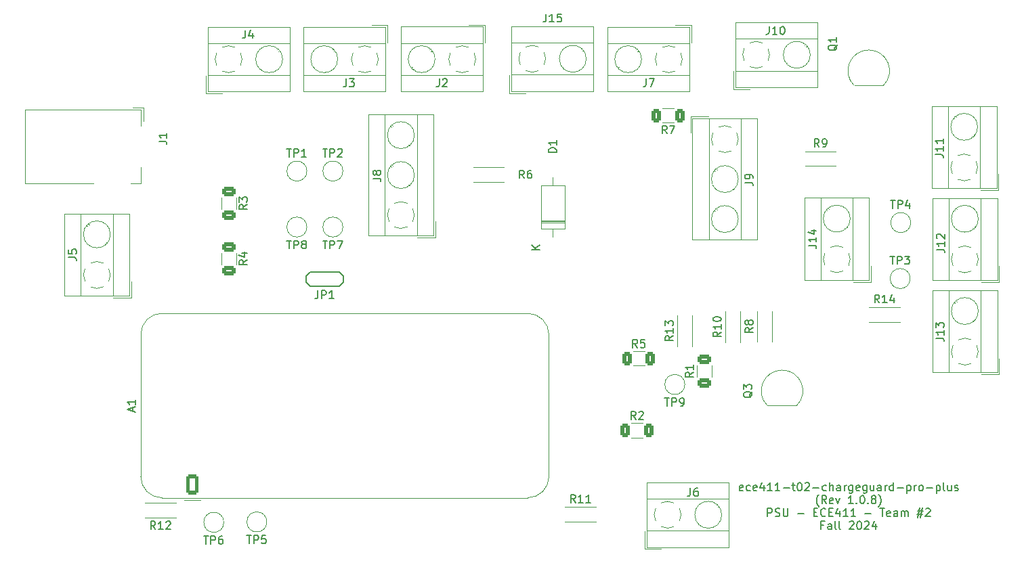
<source format=gbr>
%TF.GenerationSoftware,KiCad,Pcbnew,8.0.4*%
%TF.CreationDate,2024-11-21T09:43:36-08:00*%
%TF.ProjectId,ChargeGuard_Pro_Plus_ECE411,43686172-6765-4477-9561-72645f50726f,1.0.3*%
%TF.SameCoordinates,Original*%
%TF.FileFunction,Legend,Top*%
%TF.FilePolarity,Positive*%
%FSLAX46Y46*%
G04 Gerber Fmt 4.6, Leading zero omitted, Abs format (unit mm)*
G04 Created by KiCad (PCBNEW 8.0.4) date 2024-11-21 09:43:36*
%MOMM*%
%LPD*%
G01*
G04 APERTURE LIST*
G04 Aperture macros list*
%AMRoundRect*
0 Rectangle with rounded corners*
0 $1 Rounding radius*
0 $2 $3 $4 $5 $6 $7 $8 $9 X,Y pos of 4 corners*
0 Add a 4 corners polygon primitive as box body*
4,1,4,$2,$3,$4,$5,$6,$7,$8,$9,$2,$3,0*
0 Add four circle primitives for the rounded corners*
1,1,$1+$1,$2,$3*
1,1,$1+$1,$4,$5*
1,1,$1+$1,$6,$7*
1,1,$1+$1,$8,$9*
0 Add four rect primitives between the rounded corners*
20,1,$1+$1,$2,$3,$4,$5,0*
20,1,$1+$1,$4,$5,$6,$7,0*
20,1,$1+$1,$6,$7,$8,$9,0*
20,1,$1+$1,$8,$9,$2,$3,0*%
G04 Aperture macros list end*
%ADD10C,0.150000*%
%ADD11C,0.120000*%
%ADD12C,2.000000*%
%ADD13R,2.500000X2.500000*%
%ADD14C,2.500000*%
%ADD15RoundRect,0.250000X0.625000X-0.312500X0.625000X0.312500X-0.625000X0.312500X-0.625000X-0.312500X0*%
%ADD16C,1.400000*%
%ADD17O,1.400000X1.400000*%
%ADD18R,1.050000X1.500000*%
%ADD19O,1.050000X1.500000*%
%ADD20RoundRect,0.250000X-0.312500X-0.625000X0.312500X-0.625000X0.312500X0.625000X-0.312500X0.625000X0*%
%ADD21RoundRect,0.250000X0.312500X0.625000X-0.312500X0.625000X-0.312500X-0.625000X0.312500X-0.625000X0*%
%ADD22RoundRect,0.250000X-0.625000X0.312500X-0.625000X-0.312500X0.625000X-0.312500X0.625000X0.312500X0*%
%ADD23R,2.200000X2.200000*%
%ADD24O,2.200000X2.200000*%
%ADD25RoundRect,0.250000X0.550000X-1.050000X0.550000X1.050000X-0.550000X1.050000X-0.550000X-1.050000X0*%
%ADD26O,1.600000X2.600000*%
%ADD27R,2.000000X4.600000*%
%ADD28O,2.000000X4.200000*%
%ADD29O,4.200000X2.000000*%
G04 APERTURE END LIST*
D10*
X137261903Y-110492368D02*
X137166665Y-110539987D01*
X137166665Y-110539987D02*
X136976189Y-110539987D01*
X136976189Y-110539987D02*
X136880951Y-110492368D01*
X136880951Y-110492368D02*
X136833332Y-110397129D01*
X136833332Y-110397129D02*
X136833332Y-110016177D01*
X136833332Y-110016177D02*
X136880951Y-109920939D01*
X136880951Y-109920939D02*
X136976189Y-109873320D01*
X136976189Y-109873320D02*
X137166665Y-109873320D01*
X137166665Y-109873320D02*
X137261903Y-109920939D01*
X137261903Y-109920939D02*
X137309522Y-110016177D01*
X137309522Y-110016177D02*
X137309522Y-110111415D01*
X137309522Y-110111415D02*
X136833332Y-110206653D01*
X138166665Y-110492368D02*
X138071427Y-110539987D01*
X138071427Y-110539987D02*
X137880951Y-110539987D01*
X137880951Y-110539987D02*
X137785713Y-110492368D01*
X137785713Y-110492368D02*
X137738094Y-110444748D01*
X137738094Y-110444748D02*
X137690475Y-110349510D01*
X137690475Y-110349510D02*
X137690475Y-110063796D01*
X137690475Y-110063796D02*
X137738094Y-109968558D01*
X137738094Y-109968558D02*
X137785713Y-109920939D01*
X137785713Y-109920939D02*
X137880951Y-109873320D01*
X137880951Y-109873320D02*
X138071427Y-109873320D01*
X138071427Y-109873320D02*
X138166665Y-109920939D01*
X138976189Y-110492368D02*
X138880951Y-110539987D01*
X138880951Y-110539987D02*
X138690475Y-110539987D01*
X138690475Y-110539987D02*
X138595237Y-110492368D01*
X138595237Y-110492368D02*
X138547618Y-110397129D01*
X138547618Y-110397129D02*
X138547618Y-110016177D01*
X138547618Y-110016177D02*
X138595237Y-109920939D01*
X138595237Y-109920939D02*
X138690475Y-109873320D01*
X138690475Y-109873320D02*
X138880951Y-109873320D01*
X138880951Y-109873320D02*
X138976189Y-109920939D01*
X138976189Y-109920939D02*
X139023808Y-110016177D01*
X139023808Y-110016177D02*
X139023808Y-110111415D01*
X139023808Y-110111415D02*
X138547618Y-110206653D01*
X139880951Y-109873320D02*
X139880951Y-110539987D01*
X139642856Y-109492368D02*
X139404761Y-110206653D01*
X139404761Y-110206653D02*
X140023808Y-110206653D01*
X140928570Y-110539987D02*
X140357142Y-110539987D01*
X140642856Y-110539987D02*
X140642856Y-109539987D01*
X140642856Y-109539987D02*
X140547618Y-109682844D01*
X140547618Y-109682844D02*
X140452380Y-109778082D01*
X140452380Y-109778082D02*
X140357142Y-109825701D01*
X141880951Y-110539987D02*
X141309523Y-110539987D01*
X141595237Y-110539987D02*
X141595237Y-109539987D01*
X141595237Y-109539987D02*
X141499999Y-109682844D01*
X141499999Y-109682844D02*
X141404761Y-109778082D01*
X141404761Y-109778082D02*
X141309523Y-109825701D01*
X142309523Y-110159034D02*
X143071428Y-110159034D01*
X143404761Y-109873320D02*
X143785713Y-109873320D01*
X143547618Y-109539987D02*
X143547618Y-110397129D01*
X143547618Y-110397129D02*
X143595237Y-110492368D01*
X143595237Y-110492368D02*
X143690475Y-110539987D01*
X143690475Y-110539987D02*
X143785713Y-110539987D01*
X144309523Y-109539987D02*
X144404761Y-109539987D01*
X144404761Y-109539987D02*
X144499999Y-109587606D01*
X144499999Y-109587606D02*
X144547618Y-109635225D01*
X144547618Y-109635225D02*
X144595237Y-109730463D01*
X144595237Y-109730463D02*
X144642856Y-109920939D01*
X144642856Y-109920939D02*
X144642856Y-110159034D01*
X144642856Y-110159034D02*
X144595237Y-110349510D01*
X144595237Y-110349510D02*
X144547618Y-110444748D01*
X144547618Y-110444748D02*
X144499999Y-110492368D01*
X144499999Y-110492368D02*
X144404761Y-110539987D01*
X144404761Y-110539987D02*
X144309523Y-110539987D01*
X144309523Y-110539987D02*
X144214285Y-110492368D01*
X144214285Y-110492368D02*
X144166666Y-110444748D01*
X144166666Y-110444748D02*
X144119047Y-110349510D01*
X144119047Y-110349510D02*
X144071428Y-110159034D01*
X144071428Y-110159034D02*
X144071428Y-109920939D01*
X144071428Y-109920939D02*
X144119047Y-109730463D01*
X144119047Y-109730463D02*
X144166666Y-109635225D01*
X144166666Y-109635225D02*
X144214285Y-109587606D01*
X144214285Y-109587606D02*
X144309523Y-109539987D01*
X145023809Y-109635225D02*
X145071428Y-109587606D01*
X145071428Y-109587606D02*
X145166666Y-109539987D01*
X145166666Y-109539987D02*
X145404761Y-109539987D01*
X145404761Y-109539987D02*
X145499999Y-109587606D01*
X145499999Y-109587606D02*
X145547618Y-109635225D01*
X145547618Y-109635225D02*
X145595237Y-109730463D01*
X145595237Y-109730463D02*
X145595237Y-109825701D01*
X145595237Y-109825701D02*
X145547618Y-109968558D01*
X145547618Y-109968558D02*
X144976190Y-110539987D01*
X144976190Y-110539987D02*
X145595237Y-110539987D01*
X146023809Y-110159034D02*
X146785714Y-110159034D01*
X147690475Y-110492368D02*
X147595237Y-110539987D01*
X147595237Y-110539987D02*
X147404761Y-110539987D01*
X147404761Y-110539987D02*
X147309523Y-110492368D01*
X147309523Y-110492368D02*
X147261904Y-110444748D01*
X147261904Y-110444748D02*
X147214285Y-110349510D01*
X147214285Y-110349510D02*
X147214285Y-110063796D01*
X147214285Y-110063796D02*
X147261904Y-109968558D01*
X147261904Y-109968558D02*
X147309523Y-109920939D01*
X147309523Y-109920939D02*
X147404761Y-109873320D01*
X147404761Y-109873320D02*
X147595237Y-109873320D01*
X147595237Y-109873320D02*
X147690475Y-109920939D01*
X148119047Y-110539987D02*
X148119047Y-109539987D01*
X148547618Y-110539987D02*
X148547618Y-110016177D01*
X148547618Y-110016177D02*
X148499999Y-109920939D01*
X148499999Y-109920939D02*
X148404761Y-109873320D01*
X148404761Y-109873320D02*
X148261904Y-109873320D01*
X148261904Y-109873320D02*
X148166666Y-109920939D01*
X148166666Y-109920939D02*
X148119047Y-109968558D01*
X149452380Y-110539987D02*
X149452380Y-110016177D01*
X149452380Y-110016177D02*
X149404761Y-109920939D01*
X149404761Y-109920939D02*
X149309523Y-109873320D01*
X149309523Y-109873320D02*
X149119047Y-109873320D01*
X149119047Y-109873320D02*
X149023809Y-109920939D01*
X149452380Y-110492368D02*
X149357142Y-110539987D01*
X149357142Y-110539987D02*
X149119047Y-110539987D01*
X149119047Y-110539987D02*
X149023809Y-110492368D01*
X149023809Y-110492368D02*
X148976190Y-110397129D01*
X148976190Y-110397129D02*
X148976190Y-110301891D01*
X148976190Y-110301891D02*
X149023809Y-110206653D01*
X149023809Y-110206653D02*
X149119047Y-110159034D01*
X149119047Y-110159034D02*
X149357142Y-110159034D01*
X149357142Y-110159034D02*
X149452380Y-110111415D01*
X149928571Y-110539987D02*
X149928571Y-109873320D01*
X149928571Y-110063796D02*
X149976190Y-109968558D01*
X149976190Y-109968558D02*
X150023809Y-109920939D01*
X150023809Y-109920939D02*
X150119047Y-109873320D01*
X150119047Y-109873320D02*
X150214285Y-109873320D01*
X150976190Y-109873320D02*
X150976190Y-110682844D01*
X150976190Y-110682844D02*
X150928571Y-110778082D01*
X150928571Y-110778082D02*
X150880952Y-110825701D01*
X150880952Y-110825701D02*
X150785714Y-110873320D01*
X150785714Y-110873320D02*
X150642857Y-110873320D01*
X150642857Y-110873320D02*
X150547619Y-110825701D01*
X150976190Y-110492368D02*
X150880952Y-110539987D01*
X150880952Y-110539987D02*
X150690476Y-110539987D01*
X150690476Y-110539987D02*
X150595238Y-110492368D01*
X150595238Y-110492368D02*
X150547619Y-110444748D01*
X150547619Y-110444748D02*
X150500000Y-110349510D01*
X150500000Y-110349510D02*
X150500000Y-110063796D01*
X150500000Y-110063796D02*
X150547619Y-109968558D01*
X150547619Y-109968558D02*
X150595238Y-109920939D01*
X150595238Y-109920939D02*
X150690476Y-109873320D01*
X150690476Y-109873320D02*
X150880952Y-109873320D01*
X150880952Y-109873320D02*
X150976190Y-109920939D01*
X151833333Y-110492368D02*
X151738095Y-110539987D01*
X151738095Y-110539987D02*
X151547619Y-110539987D01*
X151547619Y-110539987D02*
X151452381Y-110492368D01*
X151452381Y-110492368D02*
X151404762Y-110397129D01*
X151404762Y-110397129D02*
X151404762Y-110016177D01*
X151404762Y-110016177D02*
X151452381Y-109920939D01*
X151452381Y-109920939D02*
X151547619Y-109873320D01*
X151547619Y-109873320D02*
X151738095Y-109873320D01*
X151738095Y-109873320D02*
X151833333Y-109920939D01*
X151833333Y-109920939D02*
X151880952Y-110016177D01*
X151880952Y-110016177D02*
X151880952Y-110111415D01*
X151880952Y-110111415D02*
X151404762Y-110206653D01*
X152738095Y-109873320D02*
X152738095Y-110682844D01*
X152738095Y-110682844D02*
X152690476Y-110778082D01*
X152690476Y-110778082D02*
X152642857Y-110825701D01*
X152642857Y-110825701D02*
X152547619Y-110873320D01*
X152547619Y-110873320D02*
X152404762Y-110873320D01*
X152404762Y-110873320D02*
X152309524Y-110825701D01*
X152738095Y-110492368D02*
X152642857Y-110539987D01*
X152642857Y-110539987D02*
X152452381Y-110539987D01*
X152452381Y-110539987D02*
X152357143Y-110492368D01*
X152357143Y-110492368D02*
X152309524Y-110444748D01*
X152309524Y-110444748D02*
X152261905Y-110349510D01*
X152261905Y-110349510D02*
X152261905Y-110063796D01*
X152261905Y-110063796D02*
X152309524Y-109968558D01*
X152309524Y-109968558D02*
X152357143Y-109920939D01*
X152357143Y-109920939D02*
X152452381Y-109873320D01*
X152452381Y-109873320D02*
X152642857Y-109873320D01*
X152642857Y-109873320D02*
X152738095Y-109920939D01*
X153642857Y-109873320D02*
X153642857Y-110539987D01*
X153214286Y-109873320D02*
X153214286Y-110397129D01*
X153214286Y-110397129D02*
X153261905Y-110492368D01*
X153261905Y-110492368D02*
X153357143Y-110539987D01*
X153357143Y-110539987D02*
X153500000Y-110539987D01*
X153500000Y-110539987D02*
X153595238Y-110492368D01*
X153595238Y-110492368D02*
X153642857Y-110444748D01*
X154547619Y-110539987D02*
X154547619Y-110016177D01*
X154547619Y-110016177D02*
X154500000Y-109920939D01*
X154500000Y-109920939D02*
X154404762Y-109873320D01*
X154404762Y-109873320D02*
X154214286Y-109873320D01*
X154214286Y-109873320D02*
X154119048Y-109920939D01*
X154547619Y-110492368D02*
X154452381Y-110539987D01*
X154452381Y-110539987D02*
X154214286Y-110539987D01*
X154214286Y-110539987D02*
X154119048Y-110492368D01*
X154119048Y-110492368D02*
X154071429Y-110397129D01*
X154071429Y-110397129D02*
X154071429Y-110301891D01*
X154071429Y-110301891D02*
X154119048Y-110206653D01*
X154119048Y-110206653D02*
X154214286Y-110159034D01*
X154214286Y-110159034D02*
X154452381Y-110159034D01*
X154452381Y-110159034D02*
X154547619Y-110111415D01*
X155023810Y-110539987D02*
X155023810Y-109873320D01*
X155023810Y-110063796D02*
X155071429Y-109968558D01*
X155071429Y-109968558D02*
X155119048Y-109920939D01*
X155119048Y-109920939D02*
X155214286Y-109873320D01*
X155214286Y-109873320D02*
X155309524Y-109873320D01*
X156071429Y-110539987D02*
X156071429Y-109539987D01*
X156071429Y-110492368D02*
X155976191Y-110539987D01*
X155976191Y-110539987D02*
X155785715Y-110539987D01*
X155785715Y-110539987D02*
X155690477Y-110492368D01*
X155690477Y-110492368D02*
X155642858Y-110444748D01*
X155642858Y-110444748D02*
X155595239Y-110349510D01*
X155595239Y-110349510D02*
X155595239Y-110063796D01*
X155595239Y-110063796D02*
X155642858Y-109968558D01*
X155642858Y-109968558D02*
X155690477Y-109920939D01*
X155690477Y-109920939D02*
X155785715Y-109873320D01*
X155785715Y-109873320D02*
X155976191Y-109873320D01*
X155976191Y-109873320D02*
X156071429Y-109920939D01*
X156547620Y-110159034D02*
X157309525Y-110159034D01*
X157785715Y-109873320D02*
X157785715Y-110873320D01*
X157785715Y-109920939D02*
X157880953Y-109873320D01*
X157880953Y-109873320D02*
X158071429Y-109873320D01*
X158071429Y-109873320D02*
X158166667Y-109920939D01*
X158166667Y-109920939D02*
X158214286Y-109968558D01*
X158214286Y-109968558D02*
X158261905Y-110063796D01*
X158261905Y-110063796D02*
X158261905Y-110349510D01*
X158261905Y-110349510D02*
X158214286Y-110444748D01*
X158214286Y-110444748D02*
X158166667Y-110492368D01*
X158166667Y-110492368D02*
X158071429Y-110539987D01*
X158071429Y-110539987D02*
X157880953Y-110539987D01*
X157880953Y-110539987D02*
X157785715Y-110492368D01*
X158690477Y-110539987D02*
X158690477Y-109873320D01*
X158690477Y-110063796D02*
X158738096Y-109968558D01*
X158738096Y-109968558D02*
X158785715Y-109920939D01*
X158785715Y-109920939D02*
X158880953Y-109873320D01*
X158880953Y-109873320D02*
X158976191Y-109873320D01*
X159452382Y-110539987D02*
X159357144Y-110492368D01*
X159357144Y-110492368D02*
X159309525Y-110444748D01*
X159309525Y-110444748D02*
X159261906Y-110349510D01*
X159261906Y-110349510D02*
X159261906Y-110063796D01*
X159261906Y-110063796D02*
X159309525Y-109968558D01*
X159309525Y-109968558D02*
X159357144Y-109920939D01*
X159357144Y-109920939D02*
X159452382Y-109873320D01*
X159452382Y-109873320D02*
X159595239Y-109873320D01*
X159595239Y-109873320D02*
X159690477Y-109920939D01*
X159690477Y-109920939D02*
X159738096Y-109968558D01*
X159738096Y-109968558D02*
X159785715Y-110063796D01*
X159785715Y-110063796D02*
X159785715Y-110349510D01*
X159785715Y-110349510D02*
X159738096Y-110444748D01*
X159738096Y-110444748D02*
X159690477Y-110492368D01*
X159690477Y-110492368D02*
X159595239Y-110539987D01*
X159595239Y-110539987D02*
X159452382Y-110539987D01*
X160214287Y-110159034D02*
X160976192Y-110159034D01*
X161452382Y-109873320D02*
X161452382Y-110873320D01*
X161452382Y-109920939D02*
X161547620Y-109873320D01*
X161547620Y-109873320D02*
X161738096Y-109873320D01*
X161738096Y-109873320D02*
X161833334Y-109920939D01*
X161833334Y-109920939D02*
X161880953Y-109968558D01*
X161880953Y-109968558D02*
X161928572Y-110063796D01*
X161928572Y-110063796D02*
X161928572Y-110349510D01*
X161928572Y-110349510D02*
X161880953Y-110444748D01*
X161880953Y-110444748D02*
X161833334Y-110492368D01*
X161833334Y-110492368D02*
X161738096Y-110539987D01*
X161738096Y-110539987D02*
X161547620Y-110539987D01*
X161547620Y-110539987D02*
X161452382Y-110492368D01*
X162500001Y-110539987D02*
X162404763Y-110492368D01*
X162404763Y-110492368D02*
X162357144Y-110397129D01*
X162357144Y-110397129D02*
X162357144Y-109539987D01*
X163309525Y-109873320D02*
X163309525Y-110539987D01*
X162880954Y-109873320D02*
X162880954Y-110397129D01*
X162880954Y-110397129D02*
X162928573Y-110492368D01*
X162928573Y-110492368D02*
X163023811Y-110539987D01*
X163023811Y-110539987D02*
X163166668Y-110539987D01*
X163166668Y-110539987D02*
X163261906Y-110492368D01*
X163261906Y-110492368D02*
X163309525Y-110444748D01*
X163738097Y-110492368D02*
X163833335Y-110539987D01*
X163833335Y-110539987D02*
X164023811Y-110539987D01*
X164023811Y-110539987D02*
X164119049Y-110492368D01*
X164119049Y-110492368D02*
X164166668Y-110397129D01*
X164166668Y-110397129D02*
X164166668Y-110349510D01*
X164166668Y-110349510D02*
X164119049Y-110254272D01*
X164119049Y-110254272D02*
X164023811Y-110206653D01*
X164023811Y-110206653D02*
X163880954Y-110206653D01*
X163880954Y-110206653D02*
X163785716Y-110159034D01*
X163785716Y-110159034D02*
X163738097Y-110063796D01*
X163738097Y-110063796D02*
X163738097Y-110016177D01*
X163738097Y-110016177D02*
X163785716Y-109920939D01*
X163785716Y-109920939D02*
X163880954Y-109873320D01*
X163880954Y-109873320D02*
X164023811Y-109873320D01*
X164023811Y-109873320D02*
X164119049Y-109920939D01*
X146761904Y-112530883D02*
X146714285Y-112483264D01*
X146714285Y-112483264D02*
X146619047Y-112340407D01*
X146619047Y-112340407D02*
X146571428Y-112245169D01*
X146571428Y-112245169D02*
X146523809Y-112102312D01*
X146523809Y-112102312D02*
X146476190Y-111864216D01*
X146476190Y-111864216D02*
X146476190Y-111673740D01*
X146476190Y-111673740D02*
X146523809Y-111435645D01*
X146523809Y-111435645D02*
X146571428Y-111292788D01*
X146571428Y-111292788D02*
X146619047Y-111197550D01*
X146619047Y-111197550D02*
X146714285Y-111054692D01*
X146714285Y-111054692D02*
X146761904Y-111007073D01*
X147714285Y-112149931D02*
X147380952Y-111673740D01*
X147142857Y-112149931D02*
X147142857Y-111149931D01*
X147142857Y-111149931D02*
X147523809Y-111149931D01*
X147523809Y-111149931D02*
X147619047Y-111197550D01*
X147619047Y-111197550D02*
X147666666Y-111245169D01*
X147666666Y-111245169D02*
X147714285Y-111340407D01*
X147714285Y-111340407D02*
X147714285Y-111483264D01*
X147714285Y-111483264D02*
X147666666Y-111578502D01*
X147666666Y-111578502D02*
X147619047Y-111626121D01*
X147619047Y-111626121D02*
X147523809Y-111673740D01*
X147523809Y-111673740D02*
X147142857Y-111673740D01*
X148523809Y-112102312D02*
X148428571Y-112149931D01*
X148428571Y-112149931D02*
X148238095Y-112149931D01*
X148238095Y-112149931D02*
X148142857Y-112102312D01*
X148142857Y-112102312D02*
X148095238Y-112007073D01*
X148095238Y-112007073D02*
X148095238Y-111626121D01*
X148095238Y-111626121D02*
X148142857Y-111530883D01*
X148142857Y-111530883D02*
X148238095Y-111483264D01*
X148238095Y-111483264D02*
X148428571Y-111483264D01*
X148428571Y-111483264D02*
X148523809Y-111530883D01*
X148523809Y-111530883D02*
X148571428Y-111626121D01*
X148571428Y-111626121D02*
X148571428Y-111721359D01*
X148571428Y-111721359D02*
X148095238Y-111816597D01*
X148904762Y-111483264D02*
X149142857Y-112149931D01*
X149142857Y-112149931D02*
X149380952Y-111483264D01*
X151047619Y-112149931D02*
X150476191Y-112149931D01*
X150761905Y-112149931D02*
X150761905Y-111149931D01*
X150761905Y-111149931D02*
X150666667Y-111292788D01*
X150666667Y-111292788D02*
X150571429Y-111388026D01*
X150571429Y-111388026D02*
X150476191Y-111435645D01*
X151476191Y-112054692D02*
X151523810Y-112102312D01*
X151523810Y-112102312D02*
X151476191Y-112149931D01*
X151476191Y-112149931D02*
X151428572Y-112102312D01*
X151428572Y-112102312D02*
X151476191Y-112054692D01*
X151476191Y-112054692D02*
X151476191Y-112149931D01*
X152142857Y-111149931D02*
X152238095Y-111149931D01*
X152238095Y-111149931D02*
X152333333Y-111197550D01*
X152333333Y-111197550D02*
X152380952Y-111245169D01*
X152380952Y-111245169D02*
X152428571Y-111340407D01*
X152428571Y-111340407D02*
X152476190Y-111530883D01*
X152476190Y-111530883D02*
X152476190Y-111768978D01*
X152476190Y-111768978D02*
X152428571Y-111959454D01*
X152428571Y-111959454D02*
X152380952Y-112054692D01*
X152380952Y-112054692D02*
X152333333Y-112102312D01*
X152333333Y-112102312D02*
X152238095Y-112149931D01*
X152238095Y-112149931D02*
X152142857Y-112149931D01*
X152142857Y-112149931D02*
X152047619Y-112102312D01*
X152047619Y-112102312D02*
X152000000Y-112054692D01*
X152000000Y-112054692D02*
X151952381Y-111959454D01*
X151952381Y-111959454D02*
X151904762Y-111768978D01*
X151904762Y-111768978D02*
X151904762Y-111530883D01*
X151904762Y-111530883D02*
X151952381Y-111340407D01*
X151952381Y-111340407D02*
X152000000Y-111245169D01*
X152000000Y-111245169D02*
X152047619Y-111197550D01*
X152047619Y-111197550D02*
X152142857Y-111149931D01*
X152904762Y-112054692D02*
X152952381Y-112102312D01*
X152952381Y-112102312D02*
X152904762Y-112149931D01*
X152904762Y-112149931D02*
X152857143Y-112102312D01*
X152857143Y-112102312D02*
X152904762Y-112054692D01*
X152904762Y-112054692D02*
X152904762Y-112149931D01*
X153523809Y-111578502D02*
X153428571Y-111530883D01*
X153428571Y-111530883D02*
X153380952Y-111483264D01*
X153380952Y-111483264D02*
X153333333Y-111388026D01*
X153333333Y-111388026D02*
X153333333Y-111340407D01*
X153333333Y-111340407D02*
X153380952Y-111245169D01*
X153380952Y-111245169D02*
X153428571Y-111197550D01*
X153428571Y-111197550D02*
X153523809Y-111149931D01*
X153523809Y-111149931D02*
X153714285Y-111149931D01*
X153714285Y-111149931D02*
X153809523Y-111197550D01*
X153809523Y-111197550D02*
X153857142Y-111245169D01*
X153857142Y-111245169D02*
X153904761Y-111340407D01*
X153904761Y-111340407D02*
X153904761Y-111388026D01*
X153904761Y-111388026D02*
X153857142Y-111483264D01*
X153857142Y-111483264D02*
X153809523Y-111530883D01*
X153809523Y-111530883D02*
X153714285Y-111578502D01*
X153714285Y-111578502D02*
X153523809Y-111578502D01*
X153523809Y-111578502D02*
X153428571Y-111626121D01*
X153428571Y-111626121D02*
X153380952Y-111673740D01*
X153380952Y-111673740D02*
X153333333Y-111768978D01*
X153333333Y-111768978D02*
X153333333Y-111959454D01*
X153333333Y-111959454D02*
X153380952Y-112054692D01*
X153380952Y-112054692D02*
X153428571Y-112102312D01*
X153428571Y-112102312D02*
X153523809Y-112149931D01*
X153523809Y-112149931D02*
X153714285Y-112149931D01*
X153714285Y-112149931D02*
X153809523Y-112102312D01*
X153809523Y-112102312D02*
X153857142Y-112054692D01*
X153857142Y-112054692D02*
X153904761Y-111959454D01*
X153904761Y-111959454D02*
X153904761Y-111768978D01*
X153904761Y-111768978D02*
X153857142Y-111673740D01*
X153857142Y-111673740D02*
X153809523Y-111626121D01*
X153809523Y-111626121D02*
X153714285Y-111578502D01*
X154238095Y-112530883D02*
X154285714Y-112483264D01*
X154285714Y-112483264D02*
X154380952Y-112340407D01*
X154380952Y-112340407D02*
X154428571Y-112245169D01*
X154428571Y-112245169D02*
X154476190Y-112102312D01*
X154476190Y-112102312D02*
X154523809Y-111864216D01*
X154523809Y-111864216D02*
X154523809Y-111673740D01*
X154523809Y-111673740D02*
X154476190Y-111435645D01*
X154476190Y-111435645D02*
X154428571Y-111292788D01*
X154428571Y-111292788D02*
X154380952Y-111197550D01*
X154380952Y-111197550D02*
X154285714Y-111054692D01*
X154285714Y-111054692D02*
X154238095Y-111007073D01*
X140357142Y-113759875D02*
X140357142Y-112759875D01*
X140357142Y-112759875D02*
X140738094Y-112759875D01*
X140738094Y-112759875D02*
X140833332Y-112807494D01*
X140833332Y-112807494D02*
X140880951Y-112855113D01*
X140880951Y-112855113D02*
X140928570Y-112950351D01*
X140928570Y-112950351D02*
X140928570Y-113093208D01*
X140928570Y-113093208D02*
X140880951Y-113188446D01*
X140880951Y-113188446D02*
X140833332Y-113236065D01*
X140833332Y-113236065D02*
X140738094Y-113283684D01*
X140738094Y-113283684D02*
X140357142Y-113283684D01*
X141309523Y-113712256D02*
X141452380Y-113759875D01*
X141452380Y-113759875D02*
X141690475Y-113759875D01*
X141690475Y-113759875D02*
X141785713Y-113712256D01*
X141785713Y-113712256D02*
X141833332Y-113664636D01*
X141833332Y-113664636D02*
X141880951Y-113569398D01*
X141880951Y-113569398D02*
X141880951Y-113474160D01*
X141880951Y-113474160D02*
X141833332Y-113378922D01*
X141833332Y-113378922D02*
X141785713Y-113331303D01*
X141785713Y-113331303D02*
X141690475Y-113283684D01*
X141690475Y-113283684D02*
X141499999Y-113236065D01*
X141499999Y-113236065D02*
X141404761Y-113188446D01*
X141404761Y-113188446D02*
X141357142Y-113140827D01*
X141357142Y-113140827D02*
X141309523Y-113045589D01*
X141309523Y-113045589D02*
X141309523Y-112950351D01*
X141309523Y-112950351D02*
X141357142Y-112855113D01*
X141357142Y-112855113D02*
X141404761Y-112807494D01*
X141404761Y-112807494D02*
X141499999Y-112759875D01*
X141499999Y-112759875D02*
X141738094Y-112759875D01*
X141738094Y-112759875D02*
X141880951Y-112807494D01*
X142309523Y-112759875D02*
X142309523Y-113569398D01*
X142309523Y-113569398D02*
X142357142Y-113664636D01*
X142357142Y-113664636D02*
X142404761Y-113712256D01*
X142404761Y-113712256D02*
X142499999Y-113759875D01*
X142499999Y-113759875D02*
X142690475Y-113759875D01*
X142690475Y-113759875D02*
X142785713Y-113712256D01*
X142785713Y-113712256D02*
X142833332Y-113664636D01*
X142833332Y-113664636D02*
X142880951Y-113569398D01*
X142880951Y-113569398D02*
X142880951Y-112759875D01*
X144119047Y-113378922D02*
X144880952Y-113378922D01*
X146119047Y-113236065D02*
X146452380Y-113236065D01*
X146595237Y-113759875D02*
X146119047Y-113759875D01*
X146119047Y-113759875D02*
X146119047Y-112759875D01*
X146119047Y-112759875D02*
X146595237Y-112759875D01*
X147595237Y-113664636D02*
X147547618Y-113712256D01*
X147547618Y-113712256D02*
X147404761Y-113759875D01*
X147404761Y-113759875D02*
X147309523Y-113759875D01*
X147309523Y-113759875D02*
X147166666Y-113712256D01*
X147166666Y-113712256D02*
X147071428Y-113617017D01*
X147071428Y-113617017D02*
X147023809Y-113521779D01*
X147023809Y-113521779D02*
X146976190Y-113331303D01*
X146976190Y-113331303D02*
X146976190Y-113188446D01*
X146976190Y-113188446D02*
X147023809Y-112997970D01*
X147023809Y-112997970D02*
X147071428Y-112902732D01*
X147071428Y-112902732D02*
X147166666Y-112807494D01*
X147166666Y-112807494D02*
X147309523Y-112759875D01*
X147309523Y-112759875D02*
X147404761Y-112759875D01*
X147404761Y-112759875D02*
X147547618Y-112807494D01*
X147547618Y-112807494D02*
X147595237Y-112855113D01*
X148023809Y-113236065D02*
X148357142Y-113236065D01*
X148499999Y-113759875D02*
X148023809Y-113759875D01*
X148023809Y-113759875D02*
X148023809Y-112759875D01*
X148023809Y-112759875D02*
X148499999Y-112759875D01*
X149357142Y-113093208D02*
X149357142Y-113759875D01*
X149119047Y-112712256D02*
X148880952Y-113426541D01*
X148880952Y-113426541D02*
X149499999Y-113426541D01*
X150404761Y-113759875D02*
X149833333Y-113759875D01*
X150119047Y-113759875D02*
X150119047Y-112759875D01*
X150119047Y-112759875D02*
X150023809Y-112902732D01*
X150023809Y-112902732D02*
X149928571Y-112997970D01*
X149928571Y-112997970D02*
X149833333Y-113045589D01*
X151357142Y-113759875D02*
X150785714Y-113759875D01*
X151071428Y-113759875D02*
X151071428Y-112759875D01*
X151071428Y-112759875D02*
X150976190Y-112902732D01*
X150976190Y-112902732D02*
X150880952Y-112997970D01*
X150880952Y-112997970D02*
X150785714Y-113045589D01*
X152547619Y-113378922D02*
X153309524Y-113378922D01*
X154404762Y-112759875D02*
X154976190Y-112759875D01*
X154690476Y-113759875D02*
X154690476Y-112759875D01*
X155690476Y-113712256D02*
X155595238Y-113759875D01*
X155595238Y-113759875D02*
X155404762Y-113759875D01*
X155404762Y-113759875D02*
X155309524Y-113712256D01*
X155309524Y-113712256D02*
X155261905Y-113617017D01*
X155261905Y-113617017D02*
X155261905Y-113236065D01*
X155261905Y-113236065D02*
X155309524Y-113140827D01*
X155309524Y-113140827D02*
X155404762Y-113093208D01*
X155404762Y-113093208D02*
X155595238Y-113093208D01*
X155595238Y-113093208D02*
X155690476Y-113140827D01*
X155690476Y-113140827D02*
X155738095Y-113236065D01*
X155738095Y-113236065D02*
X155738095Y-113331303D01*
X155738095Y-113331303D02*
X155261905Y-113426541D01*
X156595238Y-113759875D02*
X156595238Y-113236065D01*
X156595238Y-113236065D02*
X156547619Y-113140827D01*
X156547619Y-113140827D02*
X156452381Y-113093208D01*
X156452381Y-113093208D02*
X156261905Y-113093208D01*
X156261905Y-113093208D02*
X156166667Y-113140827D01*
X156595238Y-113712256D02*
X156500000Y-113759875D01*
X156500000Y-113759875D02*
X156261905Y-113759875D01*
X156261905Y-113759875D02*
X156166667Y-113712256D01*
X156166667Y-113712256D02*
X156119048Y-113617017D01*
X156119048Y-113617017D02*
X156119048Y-113521779D01*
X156119048Y-113521779D02*
X156166667Y-113426541D01*
X156166667Y-113426541D02*
X156261905Y-113378922D01*
X156261905Y-113378922D02*
X156500000Y-113378922D01*
X156500000Y-113378922D02*
X156595238Y-113331303D01*
X157071429Y-113759875D02*
X157071429Y-113093208D01*
X157071429Y-113188446D02*
X157119048Y-113140827D01*
X157119048Y-113140827D02*
X157214286Y-113093208D01*
X157214286Y-113093208D02*
X157357143Y-113093208D01*
X157357143Y-113093208D02*
X157452381Y-113140827D01*
X157452381Y-113140827D02*
X157500000Y-113236065D01*
X157500000Y-113236065D02*
X157500000Y-113759875D01*
X157500000Y-113236065D02*
X157547619Y-113140827D01*
X157547619Y-113140827D02*
X157642857Y-113093208D01*
X157642857Y-113093208D02*
X157785714Y-113093208D01*
X157785714Y-113093208D02*
X157880953Y-113140827D01*
X157880953Y-113140827D02*
X157928572Y-113236065D01*
X157928572Y-113236065D02*
X157928572Y-113759875D01*
X159119048Y-113093208D02*
X159833333Y-113093208D01*
X159404762Y-112664636D02*
X159119048Y-113950351D01*
X159738095Y-113521779D02*
X159023810Y-113521779D01*
X159452381Y-113950351D02*
X159738095Y-112664636D01*
X160119048Y-112855113D02*
X160166667Y-112807494D01*
X160166667Y-112807494D02*
X160261905Y-112759875D01*
X160261905Y-112759875D02*
X160500000Y-112759875D01*
X160500000Y-112759875D02*
X160595238Y-112807494D01*
X160595238Y-112807494D02*
X160642857Y-112855113D01*
X160642857Y-112855113D02*
X160690476Y-112950351D01*
X160690476Y-112950351D02*
X160690476Y-113045589D01*
X160690476Y-113045589D02*
X160642857Y-113188446D01*
X160642857Y-113188446D02*
X160071429Y-113759875D01*
X160071429Y-113759875D02*
X160690476Y-113759875D01*
X147380951Y-114846009D02*
X147047618Y-114846009D01*
X147047618Y-115369819D02*
X147047618Y-114369819D01*
X147047618Y-114369819D02*
X147523808Y-114369819D01*
X148333332Y-115369819D02*
X148333332Y-114846009D01*
X148333332Y-114846009D02*
X148285713Y-114750771D01*
X148285713Y-114750771D02*
X148190475Y-114703152D01*
X148190475Y-114703152D02*
X147999999Y-114703152D01*
X147999999Y-114703152D02*
X147904761Y-114750771D01*
X148333332Y-115322200D02*
X148238094Y-115369819D01*
X148238094Y-115369819D02*
X147999999Y-115369819D01*
X147999999Y-115369819D02*
X147904761Y-115322200D01*
X147904761Y-115322200D02*
X147857142Y-115226961D01*
X147857142Y-115226961D02*
X147857142Y-115131723D01*
X147857142Y-115131723D02*
X147904761Y-115036485D01*
X147904761Y-115036485D02*
X147999999Y-114988866D01*
X147999999Y-114988866D02*
X148238094Y-114988866D01*
X148238094Y-114988866D02*
X148333332Y-114941247D01*
X148952380Y-115369819D02*
X148857142Y-115322200D01*
X148857142Y-115322200D02*
X148809523Y-115226961D01*
X148809523Y-115226961D02*
X148809523Y-114369819D01*
X149476190Y-115369819D02*
X149380952Y-115322200D01*
X149380952Y-115322200D02*
X149333333Y-115226961D01*
X149333333Y-115226961D02*
X149333333Y-114369819D01*
X150571429Y-114465057D02*
X150619048Y-114417438D01*
X150619048Y-114417438D02*
X150714286Y-114369819D01*
X150714286Y-114369819D02*
X150952381Y-114369819D01*
X150952381Y-114369819D02*
X151047619Y-114417438D01*
X151047619Y-114417438D02*
X151095238Y-114465057D01*
X151095238Y-114465057D02*
X151142857Y-114560295D01*
X151142857Y-114560295D02*
X151142857Y-114655533D01*
X151142857Y-114655533D02*
X151095238Y-114798390D01*
X151095238Y-114798390D02*
X150523810Y-115369819D01*
X150523810Y-115369819D02*
X151142857Y-115369819D01*
X151761905Y-114369819D02*
X151857143Y-114369819D01*
X151857143Y-114369819D02*
X151952381Y-114417438D01*
X151952381Y-114417438D02*
X152000000Y-114465057D01*
X152000000Y-114465057D02*
X152047619Y-114560295D01*
X152047619Y-114560295D02*
X152095238Y-114750771D01*
X152095238Y-114750771D02*
X152095238Y-114988866D01*
X152095238Y-114988866D02*
X152047619Y-115179342D01*
X152047619Y-115179342D02*
X152000000Y-115274580D01*
X152000000Y-115274580D02*
X151952381Y-115322200D01*
X151952381Y-115322200D02*
X151857143Y-115369819D01*
X151857143Y-115369819D02*
X151761905Y-115369819D01*
X151761905Y-115369819D02*
X151666667Y-115322200D01*
X151666667Y-115322200D02*
X151619048Y-115274580D01*
X151619048Y-115274580D02*
X151571429Y-115179342D01*
X151571429Y-115179342D02*
X151523810Y-114988866D01*
X151523810Y-114988866D02*
X151523810Y-114750771D01*
X151523810Y-114750771D02*
X151571429Y-114560295D01*
X151571429Y-114560295D02*
X151619048Y-114465057D01*
X151619048Y-114465057D02*
X151666667Y-114417438D01*
X151666667Y-114417438D02*
X151761905Y-114369819D01*
X152476191Y-114465057D02*
X152523810Y-114417438D01*
X152523810Y-114417438D02*
X152619048Y-114369819D01*
X152619048Y-114369819D02*
X152857143Y-114369819D01*
X152857143Y-114369819D02*
X152952381Y-114417438D01*
X152952381Y-114417438D02*
X153000000Y-114465057D01*
X153000000Y-114465057D02*
X153047619Y-114560295D01*
X153047619Y-114560295D02*
X153047619Y-114655533D01*
X153047619Y-114655533D02*
X153000000Y-114798390D01*
X153000000Y-114798390D02*
X152428572Y-115369819D01*
X152428572Y-115369819D02*
X153047619Y-115369819D01*
X153904762Y-114703152D02*
X153904762Y-115369819D01*
X153666667Y-114322200D02*
X153428572Y-115036485D01*
X153428572Y-115036485D02*
X154047619Y-115036485D01*
X127488095Y-98954819D02*
X128059523Y-98954819D01*
X127773809Y-99954819D02*
X127773809Y-98954819D01*
X128392857Y-99954819D02*
X128392857Y-98954819D01*
X128392857Y-98954819D02*
X128773809Y-98954819D01*
X128773809Y-98954819D02*
X128869047Y-99002438D01*
X128869047Y-99002438D02*
X128916666Y-99050057D01*
X128916666Y-99050057D02*
X128964285Y-99145295D01*
X128964285Y-99145295D02*
X128964285Y-99288152D01*
X128964285Y-99288152D02*
X128916666Y-99383390D01*
X128916666Y-99383390D02*
X128869047Y-99431009D01*
X128869047Y-99431009D02*
X128773809Y-99478628D01*
X128773809Y-99478628D02*
X128392857Y-99478628D01*
X129440476Y-99954819D02*
X129630952Y-99954819D01*
X129630952Y-99954819D02*
X129726190Y-99907200D01*
X129726190Y-99907200D02*
X129773809Y-99859580D01*
X129773809Y-99859580D02*
X129869047Y-99716723D01*
X129869047Y-99716723D02*
X129916666Y-99526247D01*
X129916666Y-99526247D02*
X129916666Y-99145295D01*
X129916666Y-99145295D02*
X129869047Y-99050057D01*
X129869047Y-99050057D02*
X129821428Y-99002438D01*
X129821428Y-99002438D02*
X129726190Y-98954819D01*
X129726190Y-98954819D02*
X129535714Y-98954819D01*
X129535714Y-98954819D02*
X129440476Y-99002438D01*
X129440476Y-99002438D02*
X129392857Y-99050057D01*
X129392857Y-99050057D02*
X129345238Y-99145295D01*
X129345238Y-99145295D02*
X129345238Y-99383390D01*
X129345238Y-99383390D02*
X129392857Y-99478628D01*
X129392857Y-99478628D02*
X129440476Y-99526247D01*
X129440476Y-99526247D02*
X129535714Y-99573866D01*
X129535714Y-99573866D02*
X129726190Y-99573866D01*
X129726190Y-99573866D02*
X129821428Y-99526247D01*
X129821428Y-99526247D02*
X129869047Y-99478628D01*
X129869047Y-99478628D02*
X129916666Y-99383390D01*
X140530476Y-52454819D02*
X140530476Y-53169104D01*
X140530476Y-53169104D02*
X140482857Y-53311961D01*
X140482857Y-53311961D02*
X140387619Y-53407200D01*
X140387619Y-53407200D02*
X140244762Y-53454819D01*
X140244762Y-53454819D02*
X140149524Y-53454819D01*
X141530476Y-53454819D02*
X140959048Y-53454819D01*
X141244762Y-53454819D02*
X141244762Y-52454819D01*
X141244762Y-52454819D02*
X141149524Y-52597676D01*
X141149524Y-52597676D02*
X141054286Y-52692914D01*
X141054286Y-52692914D02*
X140959048Y-52740533D01*
X142149524Y-52454819D02*
X142244762Y-52454819D01*
X142244762Y-52454819D02*
X142340000Y-52502438D01*
X142340000Y-52502438D02*
X142387619Y-52550057D01*
X142387619Y-52550057D02*
X142435238Y-52645295D01*
X142435238Y-52645295D02*
X142482857Y-52835771D01*
X142482857Y-52835771D02*
X142482857Y-53073866D01*
X142482857Y-53073866D02*
X142435238Y-53264342D01*
X142435238Y-53264342D02*
X142387619Y-53359580D01*
X142387619Y-53359580D02*
X142340000Y-53407200D01*
X142340000Y-53407200D02*
X142244762Y-53454819D01*
X142244762Y-53454819D02*
X142149524Y-53454819D01*
X142149524Y-53454819D02*
X142054286Y-53407200D01*
X142054286Y-53407200D02*
X142006667Y-53359580D01*
X142006667Y-53359580D02*
X141959048Y-53264342D01*
X141959048Y-53264342D02*
X141911429Y-53073866D01*
X141911429Y-53073866D02*
X141911429Y-52835771D01*
X141911429Y-52835771D02*
X141959048Y-52645295D01*
X141959048Y-52645295D02*
X142006667Y-52550057D01*
X142006667Y-52550057D02*
X142054286Y-52502438D01*
X142054286Y-52502438D02*
X142149524Y-52454819D01*
X161464819Y-80357023D02*
X162179104Y-80357023D01*
X162179104Y-80357023D02*
X162321961Y-80404642D01*
X162321961Y-80404642D02*
X162417200Y-80499880D01*
X162417200Y-80499880D02*
X162464819Y-80642737D01*
X162464819Y-80642737D02*
X162464819Y-80737975D01*
X162464819Y-79357023D02*
X162464819Y-79928451D01*
X162464819Y-79642737D02*
X161464819Y-79642737D01*
X161464819Y-79642737D02*
X161607676Y-79737975D01*
X161607676Y-79737975D02*
X161702914Y-79833213D01*
X161702914Y-79833213D02*
X161750533Y-79928451D01*
X161560057Y-78976070D02*
X161512438Y-78928451D01*
X161512438Y-78928451D02*
X161464819Y-78833213D01*
X161464819Y-78833213D02*
X161464819Y-78595118D01*
X161464819Y-78595118D02*
X161512438Y-78499880D01*
X161512438Y-78499880D02*
X161560057Y-78452261D01*
X161560057Y-78452261D02*
X161655295Y-78404642D01*
X161655295Y-78404642D02*
X161750533Y-78404642D01*
X161750533Y-78404642D02*
X161893390Y-78452261D01*
X161893390Y-78452261D02*
X162464819Y-79023689D01*
X162464819Y-79023689D02*
X162464819Y-78404642D01*
X131064819Y-95756666D02*
X130588628Y-96089999D01*
X131064819Y-96328094D02*
X130064819Y-96328094D01*
X130064819Y-96328094D02*
X130064819Y-95947142D01*
X130064819Y-95947142D02*
X130112438Y-95851904D01*
X130112438Y-95851904D02*
X130160057Y-95804285D01*
X130160057Y-95804285D02*
X130255295Y-95756666D01*
X130255295Y-95756666D02*
X130398152Y-95756666D01*
X130398152Y-95756666D02*
X130493390Y-95804285D01*
X130493390Y-95804285D02*
X130541009Y-95851904D01*
X130541009Y-95851904D02*
X130588628Y-95947142D01*
X130588628Y-95947142D02*
X130588628Y-96328094D01*
X131064819Y-94804285D02*
X131064819Y-95375713D01*
X131064819Y-95089999D02*
X130064819Y-95089999D01*
X130064819Y-95089999D02*
X130207676Y-95185237D01*
X130207676Y-95185237D02*
X130302914Y-95280475D01*
X130302914Y-95280475D02*
X130350533Y-95375713D01*
X146793333Y-67534819D02*
X146460000Y-67058628D01*
X146221905Y-67534819D02*
X146221905Y-66534819D01*
X146221905Y-66534819D02*
X146602857Y-66534819D01*
X146602857Y-66534819D02*
X146698095Y-66582438D01*
X146698095Y-66582438D02*
X146745714Y-66630057D01*
X146745714Y-66630057D02*
X146793333Y-66725295D01*
X146793333Y-66725295D02*
X146793333Y-66868152D01*
X146793333Y-66868152D02*
X146745714Y-66963390D01*
X146745714Y-66963390D02*
X146698095Y-67011009D01*
X146698095Y-67011009D02*
X146602857Y-67058628D01*
X146602857Y-67058628D02*
X146221905Y-67058628D01*
X147269524Y-67534819D02*
X147460000Y-67534819D01*
X147460000Y-67534819D02*
X147555238Y-67487200D01*
X147555238Y-67487200D02*
X147602857Y-67439580D01*
X147602857Y-67439580D02*
X147698095Y-67296723D01*
X147698095Y-67296723D02*
X147745714Y-67106247D01*
X147745714Y-67106247D02*
X147745714Y-66725295D01*
X147745714Y-66725295D02*
X147698095Y-66630057D01*
X147698095Y-66630057D02*
X147650476Y-66582438D01*
X147650476Y-66582438D02*
X147555238Y-66534819D01*
X147555238Y-66534819D02*
X147364762Y-66534819D01*
X147364762Y-66534819D02*
X147269524Y-66582438D01*
X147269524Y-66582438D02*
X147221905Y-66630057D01*
X147221905Y-66630057D02*
X147174286Y-66725295D01*
X147174286Y-66725295D02*
X147174286Y-66963390D01*
X147174286Y-66963390D02*
X147221905Y-67058628D01*
X147221905Y-67058628D02*
X147269524Y-67106247D01*
X147269524Y-67106247D02*
X147364762Y-67153866D01*
X147364762Y-67153866D02*
X147555238Y-67153866D01*
X147555238Y-67153866D02*
X147650476Y-67106247D01*
X147650476Y-67106247D02*
X147698095Y-67058628D01*
X147698095Y-67058628D02*
X147745714Y-66963390D01*
X69858095Y-116204819D02*
X70429523Y-116204819D01*
X70143809Y-117204819D02*
X70143809Y-116204819D01*
X70762857Y-117204819D02*
X70762857Y-116204819D01*
X70762857Y-116204819D02*
X71143809Y-116204819D01*
X71143809Y-116204819D02*
X71239047Y-116252438D01*
X71239047Y-116252438D02*
X71286666Y-116300057D01*
X71286666Y-116300057D02*
X71334285Y-116395295D01*
X71334285Y-116395295D02*
X71334285Y-116538152D01*
X71334285Y-116538152D02*
X71286666Y-116633390D01*
X71286666Y-116633390D02*
X71239047Y-116681009D01*
X71239047Y-116681009D02*
X71143809Y-116728628D01*
X71143809Y-116728628D02*
X70762857Y-116728628D01*
X72191428Y-116204819D02*
X72000952Y-116204819D01*
X72000952Y-116204819D02*
X71905714Y-116252438D01*
X71905714Y-116252438D02*
X71858095Y-116300057D01*
X71858095Y-116300057D02*
X71762857Y-116442914D01*
X71762857Y-116442914D02*
X71715238Y-116633390D01*
X71715238Y-116633390D02*
X71715238Y-117014342D01*
X71715238Y-117014342D02*
X71762857Y-117109580D01*
X71762857Y-117109580D02*
X71810476Y-117157200D01*
X71810476Y-117157200D02*
X71905714Y-117204819D01*
X71905714Y-117204819D02*
X72096190Y-117204819D01*
X72096190Y-117204819D02*
X72191428Y-117157200D01*
X72191428Y-117157200D02*
X72239047Y-117109580D01*
X72239047Y-117109580D02*
X72286666Y-117014342D01*
X72286666Y-117014342D02*
X72286666Y-116776247D01*
X72286666Y-116776247D02*
X72239047Y-116681009D01*
X72239047Y-116681009D02*
X72191428Y-116633390D01*
X72191428Y-116633390D02*
X72096190Y-116585771D01*
X72096190Y-116585771D02*
X71905714Y-116585771D01*
X71905714Y-116585771D02*
X71810476Y-116633390D01*
X71810476Y-116633390D02*
X71762857Y-116681009D01*
X71762857Y-116681009D02*
X71715238Y-116776247D01*
X149050057Y-54735238D02*
X149002438Y-54830476D01*
X149002438Y-54830476D02*
X148907200Y-54925714D01*
X148907200Y-54925714D02*
X148764342Y-55068571D01*
X148764342Y-55068571D02*
X148716723Y-55163809D01*
X148716723Y-55163809D02*
X148716723Y-55259047D01*
X148954819Y-55211428D02*
X148907200Y-55306666D01*
X148907200Y-55306666D02*
X148811961Y-55401904D01*
X148811961Y-55401904D02*
X148621485Y-55449523D01*
X148621485Y-55449523D02*
X148288152Y-55449523D01*
X148288152Y-55449523D02*
X148097676Y-55401904D01*
X148097676Y-55401904D02*
X148002438Y-55306666D01*
X148002438Y-55306666D02*
X147954819Y-55211428D01*
X147954819Y-55211428D02*
X147954819Y-55020952D01*
X147954819Y-55020952D02*
X148002438Y-54925714D01*
X148002438Y-54925714D02*
X148097676Y-54830476D01*
X148097676Y-54830476D02*
X148288152Y-54782857D01*
X148288152Y-54782857D02*
X148621485Y-54782857D01*
X148621485Y-54782857D02*
X148811961Y-54830476D01*
X148811961Y-54830476D02*
X148907200Y-54925714D01*
X148907200Y-54925714D02*
X148954819Y-55020952D01*
X148954819Y-55020952D02*
X148954819Y-55211428D01*
X148954819Y-53830476D02*
X148954819Y-54401904D01*
X148954819Y-54116190D02*
X147954819Y-54116190D01*
X147954819Y-54116190D02*
X148097676Y-54211428D01*
X148097676Y-54211428D02*
X148192914Y-54306666D01*
X148192914Y-54306666D02*
X148240533Y-54401904D01*
X75238095Y-116152319D02*
X75809523Y-116152319D01*
X75523809Y-117152319D02*
X75523809Y-116152319D01*
X76142857Y-117152319D02*
X76142857Y-116152319D01*
X76142857Y-116152319D02*
X76523809Y-116152319D01*
X76523809Y-116152319D02*
X76619047Y-116199938D01*
X76619047Y-116199938D02*
X76666666Y-116247557D01*
X76666666Y-116247557D02*
X76714285Y-116342795D01*
X76714285Y-116342795D02*
X76714285Y-116485652D01*
X76714285Y-116485652D02*
X76666666Y-116580890D01*
X76666666Y-116580890D02*
X76619047Y-116628509D01*
X76619047Y-116628509D02*
X76523809Y-116676128D01*
X76523809Y-116676128D02*
X76142857Y-116676128D01*
X77619047Y-116152319D02*
X77142857Y-116152319D01*
X77142857Y-116152319D02*
X77095238Y-116628509D01*
X77095238Y-116628509D02*
X77142857Y-116580890D01*
X77142857Y-116580890D02*
X77238095Y-116533271D01*
X77238095Y-116533271D02*
X77476190Y-116533271D01*
X77476190Y-116533271D02*
X77571428Y-116580890D01*
X77571428Y-116580890D02*
X77619047Y-116628509D01*
X77619047Y-116628509D02*
X77666666Y-116723747D01*
X77666666Y-116723747D02*
X77666666Y-116961842D01*
X77666666Y-116961842D02*
X77619047Y-117057080D01*
X77619047Y-117057080D02*
X77571428Y-117104700D01*
X77571428Y-117104700D02*
X77476190Y-117152319D01*
X77476190Y-117152319D02*
X77238095Y-117152319D01*
X77238095Y-117152319D02*
X77142857Y-117104700D01*
X77142857Y-117104700D02*
X77095238Y-117057080D01*
X124083333Y-92634819D02*
X123750000Y-92158628D01*
X123511905Y-92634819D02*
X123511905Y-91634819D01*
X123511905Y-91634819D02*
X123892857Y-91634819D01*
X123892857Y-91634819D02*
X123988095Y-91682438D01*
X123988095Y-91682438D02*
X124035714Y-91730057D01*
X124035714Y-91730057D02*
X124083333Y-91825295D01*
X124083333Y-91825295D02*
X124083333Y-91968152D01*
X124083333Y-91968152D02*
X124035714Y-92063390D01*
X124035714Y-92063390D02*
X123988095Y-92111009D01*
X123988095Y-92111009D02*
X123892857Y-92158628D01*
X123892857Y-92158628D02*
X123511905Y-92158628D01*
X124988095Y-91634819D02*
X124511905Y-91634819D01*
X124511905Y-91634819D02*
X124464286Y-92111009D01*
X124464286Y-92111009D02*
X124511905Y-92063390D01*
X124511905Y-92063390D02*
X124607143Y-92015771D01*
X124607143Y-92015771D02*
X124845238Y-92015771D01*
X124845238Y-92015771D02*
X124940476Y-92063390D01*
X124940476Y-92063390D02*
X124988095Y-92111009D01*
X124988095Y-92111009D02*
X125035714Y-92206247D01*
X125035714Y-92206247D02*
X125035714Y-92444342D01*
X125035714Y-92444342D02*
X124988095Y-92539580D01*
X124988095Y-92539580D02*
X124940476Y-92587200D01*
X124940476Y-92587200D02*
X124845238Y-92634819D01*
X124845238Y-92634819D02*
X124607143Y-92634819D01*
X124607143Y-92634819D02*
X124511905Y-92587200D01*
X124511905Y-92587200D02*
X124464286Y-92539580D01*
X138534819Y-90166666D02*
X138058628Y-90499999D01*
X138534819Y-90738094D02*
X137534819Y-90738094D01*
X137534819Y-90738094D02*
X137534819Y-90357142D01*
X137534819Y-90357142D02*
X137582438Y-90261904D01*
X137582438Y-90261904D02*
X137630057Y-90214285D01*
X137630057Y-90214285D02*
X137725295Y-90166666D01*
X137725295Y-90166666D02*
X137868152Y-90166666D01*
X137868152Y-90166666D02*
X137963390Y-90214285D01*
X137963390Y-90214285D02*
X138011009Y-90261904D01*
X138011009Y-90261904D02*
X138058628Y-90357142D01*
X138058628Y-90357142D02*
X138058628Y-90738094D01*
X137963390Y-89595237D02*
X137915771Y-89690475D01*
X137915771Y-89690475D02*
X137868152Y-89738094D01*
X137868152Y-89738094D02*
X137772914Y-89785713D01*
X137772914Y-89785713D02*
X137725295Y-89785713D01*
X137725295Y-89785713D02*
X137630057Y-89738094D01*
X137630057Y-89738094D02*
X137582438Y-89690475D01*
X137582438Y-89690475D02*
X137534819Y-89595237D01*
X137534819Y-89595237D02*
X137534819Y-89404761D01*
X137534819Y-89404761D02*
X137582438Y-89309523D01*
X137582438Y-89309523D02*
X137630057Y-89261904D01*
X137630057Y-89261904D02*
X137725295Y-89214285D01*
X137725295Y-89214285D02*
X137772914Y-89214285D01*
X137772914Y-89214285D02*
X137868152Y-89261904D01*
X137868152Y-89261904D02*
X137915771Y-89309523D01*
X137915771Y-89309523D02*
X137963390Y-89404761D01*
X137963390Y-89404761D02*
X137963390Y-89595237D01*
X137963390Y-89595237D02*
X138011009Y-89690475D01*
X138011009Y-89690475D02*
X138058628Y-89738094D01*
X138058628Y-89738094D02*
X138153866Y-89785713D01*
X138153866Y-89785713D02*
X138344342Y-89785713D01*
X138344342Y-89785713D02*
X138439580Y-89738094D01*
X138439580Y-89738094D02*
X138487200Y-89690475D01*
X138487200Y-89690475D02*
X138534819Y-89595237D01*
X138534819Y-89595237D02*
X138534819Y-89404761D01*
X138534819Y-89404761D02*
X138487200Y-89309523D01*
X138487200Y-89309523D02*
X138439580Y-89261904D01*
X138439580Y-89261904D02*
X138344342Y-89214285D01*
X138344342Y-89214285D02*
X138153866Y-89214285D01*
X138153866Y-89214285D02*
X138058628Y-89261904D01*
X138058628Y-89261904D02*
X138011009Y-89309523D01*
X138011009Y-89309523D02*
X137963390Y-89404761D01*
X130696666Y-110217319D02*
X130696666Y-110931604D01*
X130696666Y-110931604D02*
X130649047Y-111074461D01*
X130649047Y-111074461D02*
X130553809Y-111169700D01*
X130553809Y-111169700D02*
X130410952Y-111217319D01*
X130410952Y-111217319D02*
X130315714Y-111217319D01*
X131601428Y-110217319D02*
X131410952Y-110217319D01*
X131410952Y-110217319D02*
X131315714Y-110264938D01*
X131315714Y-110264938D02*
X131268095Y-110312557D01*
X131268095Y-110312557D02*
X131172857Y-110455414D01*
X131172857Y-110455414D02*
X131125238Y-110645890D01*
X131125238Y-110645890D02*
X131125238Y-111026842D01*
X131125238Y-111026842D02*
X131172857Y-111122080D01*
X131172857Y-111122080D02*
X131220476Y-111169700D01*
X131220476Y-111169700D02*
X131315714Y-111217319D01*
X131315714Y-111217319D02*
X131506190Y-111217319D01*
X131506190Y-111217319D02*
X131601428Y-111169700D01*
X131601428Y-111169700D02*
X131649047Y-111122080D01*
X131649047Y-111122080D02*
X131696666Y-111026842D01*
X131696666Y-111026842D02*
X131696666Y-110788747D01*
X131696666Y-110788747D02*
X131649047Y-110693509D01*
X131649047Y-110693509D02*
X131601428Y-110645890D01*
X131601428Y-110645890D02*
X131506190Y-110598271D01*
X131506190Y-110598271D02*
X131315714Y-110598271D01*
X131315714Y-110598271D02*
X131220476Y-110645890D01*
X131220476Y-110645890D02*
X131172857Y-110693509D01*
X131172857Y-110693509D02*
X131125238Y-110788747D01*
X127753333Y-65864819D02*
X127420000Y-65388628D01*
X127181905Y-65864819D02*
X127181905Y-64864819D01*
X127181905Y-64864819D02*
X127562857Y-64864819D01*
X127562857Y-64864819D02*
X127658095Y-64912438D01*
X127658095Y-64912438D02*
X127705714Y-64960057D01*
X127705714Y-64960057D02*
X127753333Y-65055295D01*
X127753333Y-65055295D02*
X127753333Y-65198152D01*
X127753333Y-65198152D02*
X127705714Y-65293390D01*
X127705714Y-65293390D02*
X127658095Y-65341009D01*
X127658095Y-65341009D02*
X127562857Y-65388628D01*
X127562857Y-65388628D02*
X127181905Y-65388628D01*
X128086667Y-64864819D02*
X128753333Y-64864819D01*
X128753333Y-64864819D02*
X128324762Y-65864819D01*
X80243095Y-79257319D02*
X80814523Y-79257319D01*
X80528809Y-80257319D02*
X80528809Y-79257319D01*
X81147857Y-80257319D02*
X81147857Y-79257319D01*
X81147857Y-79257319D02*
X81528809Y-79257319D01*
X81528809Y-79257319D02*
X81624047Y-79304938D01*
X81624047Y-79304938D02*
X81671666Y-79352557D01*
X81671666Y-79352557D02*
X81719285Y-79447795D01*
X81719285Y-79447795D02*
X81719285Y-79590652D01*
X81719285Y-79590652D02*
X81671666Y-79685890D01*
X81671666Y-79685890D02*
X81624047Y-79733509D01*
X81624047Y-79733509D02*
X81528809Y-79781128D01*
X81528809Y-79781128D02*
X81147857Y-79781128D01*
X82290714Y-79685890D02*
X82195476Y-79638271D01*
X82195476Y-79638271D02*
X82147857Y-79590652D01*
X82147857Y-79590652D02*
X82100238Y-79495414D01*
X82100238Y-79495414D02*
X82100238Y-79447795D01*
X82100238Y-79447795D02*
X82147857Y-79352557D01*
X82147857Y-79352557D02*
X82195476Y-79304938D01*
X82195476Y-79304938D02*
X82290714Y-79257319D01*
X82290714Y-79257319D02*
X82481190Y-79257319D01*
X82481190Y-79257319D02*
X82576428Y-79304938D01*
X82576428Y-79304938D02*
X82624047Y-79352557D01*
X82624047Y-79352557D02*
X82671666Y-79447795D01*
X82671666Y-79447795D02*
X82671666Y-79495414D01*
X82671666Y-79495414D02*
X82624047Y-79590652D01*
X82624047Y-79590652D02*
X82576428Y-79638271D01*
X82576428Y-79638271D02*
X82481190Y-79685890D01*
X82481190Y-79685890D02*
X82290714Y-79685890D01*
X82290714Y-79685890D02*
X82195476Y-79733509D01*
X82195476Y-79733509D02*
X82147857Y-79781128D01*
X82147857Y-79781128D02*
X82100238Y-79876366D01*
X82100238Y-79876366D02*
X82100238Y-80066842D01*
X82100238Y-80066842D02*
X82147857Y-80162080D01*
X82147857Y-80162080D02*
X82195476Y-80209700D01*
X82195476Y-80209700D02*
X82290714Y-80257319D01*
X82290714Y-80257319D02*
X82481190Y-80257319D01*
X82481190Y-80257319D02*
X82576428Y-80209700D01*
X82576428Y-80209700D02*
X82624047Y-80162080D01*
X82624047Y-80162080D02*
X82671666Y-80066842D01*
X82671666Y-80066842D02*
X82671666Y-79876366D01*
X82671666Y-79876366D02*
X82624047Y-79781128D01*
X82624047Y-79781128D02*
X82576428Y-79733509D01*
X82576428Y-79733509D02*
X82481190Y-79685890D01*
X125166666Y-59007319D02*
X125166666Y-59721604D01*
X125166666Y-59721604D02*
X125119047Y-59864461D01*
X125119047Y-59864461D02*
X125023809Y-59959700D01*
X125023809Y-59959700D02*
X124880952Y-60007319D01*
X124880952Y-60007319D02*
X124785714Y-60007319D01*
X125547619Y-59007319D02*
X126214285Y-59007319D01*
X126214285Y-59007319D02*
X125785714Y-60007319D01*
X109923333Y-71454819D02*
X109590000Y-70978628D01*
X109351905Y-71454819D02*
X109351905Y-70454819D01*
X109351905Y-70454819D02*
X109732857Y-70454819D01*
X109732857Y-70454819D02*
X109828095Y-70502438D01*
X109828095Y-70502438D02*
X109875714Y-70550057D01*
X109875714Y-70550057D02*
X109923333Y-70645295D01*
X109923333Y-70645295D02*
X109923333Y-70788152D01*
X109923333Y-70788152D02*
X109875714Y-70883390D01*
X109875714Y-70883390D02*
X109828095Y-70931009D01*
X109828095Y-70931009D02*
X109732857Y-70978628D01*
X109732857Y-70978628D02*
X109351905Y-70978628D01*
X110780476Y-70454819D02*
X110590000Y-70454819D01*
X110590000Y-70454819D02*
X110494762Y-70502438D01*
X110494762Y-70502438D02*
X110447143Y-70550057D01*
X110447143Y-70550057D02*
X110351905Y-70692914D01*
X110351905Y-70692914D02*
X110304286Y-70883390D01*
X110304286Y-70883390D02*
X110304286Y-71264342D01*
X110304286Y-71264342D02*
X110351905Y-71359580D01*
X110351905Y-71359580D02*
X110399524Y-71407200D01*
X110399524Y-71407200D02*
X110494762Y-71454819D01*
X110494762Y-71454819D02*
X110685238Y-71454819D01*
X110685238Y-71454819D02*
X110780476Y-71407200D01*
X110780476Y-71407200D02*
X110828095Y-71359580D01*
X110828095Y-71359580D02*
X110875714Y-71264342D01*
X110875714Y-71264342D02*
X110875714Y-71026247D01*
X110875714Y-71026247D02*
X110828095Y-70931009D01*
X110828095Y-70931009D02*
X110780476Y-70883390D01*
X110780476Y-70883390D02*
X110685238Y-70835771D01*
X110685238Y-70835771D02*
X110494762Y-70835771D01*
X110494762Y-70835771D02*
X110399524Y-70883390D01*
X110399524Y-70883390D02*
X110351905Y-70931009D01*
X110351905Y-70931009D02*
X110304286Y-71026247D01*
X80243095Y-67757319D02*
X80814523Y-67757319D01*
X80528809Y-68757319D02*
X80528809Y-67757319D01*
X81147857Y-68757319D02*
X81147857Y-67757319D01*
X81147857Y-67757319D02*
X81528809Y-67757319D01*
X81528809Y-67757319D02*
X81624047Y-67804938D01*
X81624047Y-67804938D02*
X81671666Y-67852557D01*
X81671666Y-67852557D02*
X81719285Y-67947795D01*
X81719285Y-67947795D02*
X81719285Y-68090652D01*
X81719285Y-68090652D02*
X81671666Y-68185890D01*
X81671666Y-68185890D02*
X81624047Y-68233509D01*
X81624047Y-68233509D02*
X81528809Y-68281128D01*
X81528809Y-68281128D02*
X81147857Y-68281128D01*
X82671666Y-68757319D02*
X82100238Y-68757319D01*
X82385952Y-68757319D02*
X82385952Y-67757319D01*
X82385952Y-67757319D02*
X82290714Y-67900176D01*
X82290714Y-67900176D02*
X82195476Y-67995414D01*
X82195476Y-67995414D02*
X82100238Y-68043033D01*
X161304819Y-68457023D02*
X162019104Y-68457023D01*
X162019104Y-68457023D02*
X162161961Y-68504642D01*
X162161961Y-68504642D02*
X162257200Y-68599880D01*
X162257200Y-68599880D02*
X162304819Y-68742737D01*
X162304819Y-68742737D02*
X162304819Y-68837975D01*
X162304819Y-67457023D02*
X162304819Y-68028451D01*
X162304819Y-67742737D02*
X161304819Y-67742737D01*
X161304819Y-67742737D02*
X161447676Y-67837975D01*
X161447676Y-67837975D02*
X161542914Y-67933213D01*
X161542914Y-67933213D02*
X161590533Y-68028451D01*
X162304819Y-66504642D02*
X162304819Y-67076070D01*
X162304819Y-66790356D02*
X161304819Y-66790356D01*
X161304819Y-66790356D02*
X161447676Y-66885594D01*
X161447676Y-66885594D02*
X161542914Y-66980832D01*
X161542914Y-66980832D02*
X161590533Y-67076070D01*
X75279819Y-74756666D02*
X74803628Y-75089999D01*
X75279819Y-75328094D02*
X74279819Y-75328094D01*
X74279819Y-75328094D02*
X74279819Y-74947142D01*
X74279819Y-74947142D02*
X74327438Y-74851904D01*
X74327438Y-74851904D02*
X74375057Y-74804285D01*
X74375057Y-74804285D02*
X74470295Y-74756666D01*
X74470295Y-74756666D02*
X74613152Y-74756666D01*
X74613152Y-74756666D02*
X74708390Y-74804285D01*
X74708390Y-74804285D02*
X74756009Y-74851904D01*
X74756009Y-74851904D02*
X74803628Y-74947142D01*
X74803628Y-74947142D02*
X74803628Y-75328094D01*
X74279819Y-74423332D02*
X74279819Y-73804285D01*
X74279819Y-73804285D02*
X74660771Y-74137618D01*
X74660771Y-74137618D02*
X74660771Y-73994761D01*
X74660771Y-73994761D02*
X74708390Y-73899523D01*
X74708390Y-73899523D02*
X74756009Y-73851904D01*
X74756009Y-73851904D02*
X74851247Y-73804285D01*
X74851247Y-73804285D02*
X75089342Y-73804285D01*
X75089342Y-73804285D02*
X75184580Y-73851904D01*
X75184580Y-73851904D02*
X75232200Y-73899523D01*
X75232200Y-73899523D02*
X75279819Y-73994761D01*
X75279819Y-73994761D02*
X75279819Y-74280475D01*
X75279819Y-74280475D02*
X75232200Y-74375713D01*
X75232200Y-74375713D02*
X75184580Y-74423332D01*
X91014819Y-71465833D02*
X91729104Y-71465833D01*
X91729104Y-71465833D02*
X91871961Y-71513452D01*
X91871961Y-71513452D02*
X91967200Y-71608690D01*
X91967200Y-71608690D02*
X92014819Y-71751547D01*
X92014819Y-71751547D02*
X92014819Y-71846785D01*
X91443390Y-70846785D02*
X91395771Y-70942023D01*
X91395771Y-70942023D02*
X91348152Y-70989642D01*
X91348152Y-70989642D02*
X91252914Y-71037261D01*
X91252914Y-71037261D02*
X91205295Y-71037261D01*
X91205295Y-71037261D02*
X91110057Y-70989642D01*
X91110057Y-70989642D02*
X91062438Y-70942023D01*
X91062438Y-70942023D02*
X91014819Y-70846785D01*
X91014819Y-70846785D02*
X91014819Y-70656309D01*
X91014819Y-70656309D02*
X91062438Y-70561071D01*
X91062438Y-70561071D02*
X91110057Y-70513452D01*
X91110057Y-70513452D02*
X91205295Y-70465833D01*
X91205295Y-70465833D02*
X91252914Y-70465833D01*
X91252914Y-70465833D02*
X91348152Y-70513452D01*
X91348152Y-70513452D02*
X91395771Y-70561071D01*
X91395771Y-70561071D02*
X91443390Y-70656309D01*
X91443390Y-70656309D02*
X91443390Y-70846785D01*
X91443390Y-70846785D02*
X91491009Y-70942023D01*
X91491009Y-70942023D02*
X91538628Y-70989642D01*
X91538628Y-70989642D02*
X91633866Y-71037261D01*
X91633866Y-71037261D02*
X91824342Y-71037261D01*
X91824342Y-71037261D02*
X91919580Y-70989642D01*
X91919580Y-70989642D02*
X91967200Y-70942023D01*
X91967200Y-70942023D02*
X92014819Y-70846785D01*
X92014819Y-70846785D02*
X92014819Y-70656309D01*
X92014819Y-70656309D02*
X91967200Y-70561071D01*
X91967200Y-70561071D02*
X91919580Y-70513452D01*
X91919580Y-70513452D02*
X91824342Y-70465833D01*
X91824342Y-70465833D02*
X91633866Y-70465833D01*
X91633866Y-70465833D02*
X91538628Y-70513452D01*
X91538628Y-70513452D02*
X91491009Y-70561071D01*
X91491009Y-70561071D02*
X91443390Y-70656309D01*
X134534819Y-90682857D02*
X134058628Y-91016190D01*
X134534819Y-91254285D02*
X133534819Y-91254285D01*
X133534819Y-91254285D02*
X133534819Y-90873333D01*
X133534819Y-90873333D02*
X133582438Y-90778095D01*
X133582438Y-90778095D02*
X133630057Y-90730476D01*
X133630057Y-90730476D02*
X133725295Y-90682857D01*
X133725295Y-90682857D02*
X133868152Y-90682857D01*
X133868152Y-90682857D02*
X133963390Y-90730476D01*
X133963390Y-90730476D02*
X134011009Y-90778095D01*
X134011009Y-90778095D02*
X134058628Y-90873333D01*
X134058628Y-90873333D02*
X134058628Y-91254285D01*
X134534819Y-89730476D02*
X134534819Y-90301904D01*
X134534819Y-90016190D02*
X133534819Y-90016190D01*
X133534819Y-90016190D02*
X133677676Y-90111428D01*
X133677676Y-90111428D02*
X133772914Y-90206666D01*
X133772914Y-90206666D02*
X133820533Y-90301904D01*
X133534819Y-89111428D02*
X133534819Y-89016190D01*
X133534819Y-89016190D02*
X133582438Y-88920952D01*
X133582438Y-88920952D02*
X133630057Y-88873333D01*
X133630057Y-88873333D02*
X133725295Y-88825714D01*
X133725295Y-88825714D02*
X133915771Y-88778095D01*
X133915771Y-88778095D02*
X134153866Y-88778095D01*
X134153866Y-88778095D02*
X134344342Y-88825714D01*
X134344342Y-88825714D02*
X134439580Y-88873333D01*
X134439580Y-88873333D02*
X134487200Y-88920952D01*
X134487200Y-88920952D02*
X134534819Y-89016190D01*
X134534819Y-89016190D02*
X134534819Y-89111428D01*
X134534819Y-89111428D02*
X134487200Y-89206666D01*
X134487200Y-89206666D02*
X134439580Y-89254285D01*
X134439580Y-89254285D02*
X134344342Y-89301904D01*
X134344342Y-89301904D02*
X134153866Y-89349523D01*
X134153866Y-89349523D02*
X133915771Y-89349523D01*
X133915771Y-89349523D02*
X133725295Y-89301904D01*
X133725295Y-89301904D02*
X133630057Y-89254285D01*
X133630057Y-89254285D02*
X133582438Y-89206666D01*
X133582438Y-89206666D02*
X133534819Y-89111428D01*
X75076666Y-52927319D02*
X75076666Y-53641604D01*
X75076666Y-53641604D02*
X75029047Y-53784461D01*
X75029047Y-53784461D02*
X74933809Y-53879700D01*
X74933809Y-53879700D02*
X74790952Y-53927319D01*
X74790952Y-53927319D02*
X74695714Y-53927319D01*
X75981428Y-53260652D02*
X75981428Y-53927319D01*
X75743333Y-52879700D02*
X75505238Y-53593985D01*
X75505238Y-53593985D02*
X76124285Y-53593985D01*
X145454819Y-79844523D02*
X146169104Y-79844523D01*
X146169104Y-79844523D02*
X146311961Y-79892142D01*
X146311961Y-79892142D02*
X146407200Y-79987380D01*
X146407200Y-79987380D02*
X146454819Y-80130237D01*
X146454819Y-80130237D02*
X146454819Y-80225475D01*
X146454819Y-78844523D02*
X146454819Y-79415951D01*
X146454819Y-79130237D02*
X145454819Y-79130237D01*
X145454819Y-79130237D02*
X145597676Y-79225475D01*
X145597676Y-79225475D02*
X145692914Y-79320713D01*
X145692914Y-79320713D02*
X145740533Y-79415951D01*
X145788152Y-77987380D02*
X146454819Y-77987380D01*
X145407200Y-78225475D02*
X146121485Y-78463570D01*
X146121485Y-78463570D02*
X146121485Y-77844523D01*
X84743095Y-79257319D02*
X85314523Y-79257319D01*
X85028809Y-80257319D02*
X85028809Y-79257319D01*
X85647857Y-80257319D02*
X85647857Y-79257319D01*
X85647857Y-79257319D02*
X86028809Y-79257319D01*
X86028809Y-79257319D02*
X86124047Y-79304938D01*
X86124047Y-79304938D02*
X86171666Y-79352557D01*
X86171666Y-79352557D02*
X86219285Y-79447795D01*
X86219285Y-79447795D02*
X86219285Y-79590652D01*
X86219285Y-79590652D02*
X86171666Y-79685890D01*
X86171666Y-79685890D02*
X86124047Y-79733509D01*
X86124047Y-79733509D02*
X86028809Y-79781128D01*
X86028809Y-79781128D02*
X85647857Y-79781128D01*
X86552619Y-79257319D02*
X87219285Y-79257319D01*
X87219285Y-79257319D02*
X86790714Y-80257319D01*
X87671666Y-59007319D02*
X87671666Y-59721604D01*
X87671666Y-59721604D02*
X87624047Y-59864461D01*
X87624047Y-59864461D02*
X87528809Y-59959700D01*
X87528809Y-59959700D02*
X87385952Y-60007319D01*
X87385952Y-60007319D02*
X87290714Y-60007319D01*
X88052619Y-59007319D02*
X88671666Y-59007319D01*
X88671666Y-59007319D02*
X88338333Y-59388271D01*
X88338333Y-59388271D02*
X88481190Y-59388271D01*
X88481190Y-59388271D02*
X88576428Y-59435890D01*
X88576428Y-59435890D02*
X88624047Y-59483509D01*
X88624047Y-59483509D02*
X88671666Y-59578747D01*
X88671666Y-59578747D02*
X88671666Y-59816842D01*
X88671666Y-59816842D02*
X88624047Y-59912080D01*
X88624047Y-59912080D02*
X88576428Y-59959700D01*
X88576428Y-59959700D02*
X88481190Y-60007319D01*
X88481190Y-60007319D02*
X88195476Y-60007319D01*
X88195476Y-60007319D02*
X88100238Y-59959700D01*
X88100238Y-59959700D02*
X88052619Y-59912080D01*
X84743095Y-67757319D02*
X85314523Y-67757319D01*
X85028809Y-68757319D02*
X85028809Y-67757319D01*
X85647857Y-68757319D02*
X85647857Y-67757319D01*
X85647857Y-67757319D02*
X86028809Y-67757319D01*
X86028809Y-67757319D02*
X86124047Y-67804938D01*
X86124047Y-67804938D02*
X86171666Y-67852557D01*
X86171666Y-67852557D02*
X86219285Y-67947795D01*
X86219285Y-67947795D02*
X86219285Y-68090652D01*
X86219285Y-68090652D02*
X86171666Y-68185890D01*
X86171666Y-68185890D02*
X86124047Y-68233509D01*
X86124047Y-68233509D02*
X86028809Y-68281128D01*
X86028809Y-68281128D02*
X85647857Y-68281128D01*
X86600238Y-67852557D02*
X86647857Y-67804938D01*
X86647857Y-67804938D02*
X86743095Y-67757319D01*
X86743095Y-67757319D02*
X86981190Y-67757319D01*
X86981190Y-67757319D02*
X87076428Y-67804938D01*
X87076428Y-67804938D02*
X87124047Y-67852557D01*
X87124047Y-67852557D02*
X87171666Y-67947795D01*
X87171666Y-67947795D02*
X87171666Y-68043033D01*
X87171666Y-68043033D02*
X87124047Y-68185890D01*
X87124047Y-68185890D02*
X86552619Y-68757319D01*
X86552619Y-68757319D02*
X87171666Y-68757319D01*
X154317142Y-87034819D02*
X153983809Y-86558628D01*
X153745714Y-87034819D02*
X153745714Y-86034819D01*
X153745714Y-86034819D02*
X154126666Y-86034819D01*
X154126666Y-86034819D02*
X154221904Y-86082438D01*
X154221904Y-86082438D02*
X154269523Y-86130057D01*
X154269523Y-86130057D02*
X154317142Y-86225295D01*
X154317142Y-86225295D02*
X154317142Y-86368152D01*
X154317142Y-86368152D02*
X154269523Y-86463390D01*
X154269523Y-86463390D02*
X154221904Y-86511009D01*
X154221904Y-86511009D02*
X154126666Y-86558628D01*
X154126666Y-86558628D02*
X153745714Y-86558628D01*
X155269523Y-87034819D02*
X154698095Y-87034819D01*
X154983809Y-87034819D02*
X154983809Y-86034819D01*
X154983809Y-86034819D02*
X154888571Y-86177676D01*
X154888571Y-86177676D02*
X154793333Y-86272914D01*
X154793333Y-86272914D02*
X154698095Y-86320533D01*
X156126666Y-86368152D02*
X156126666Y-87034819D01*
X155888571Y-85987200D02*
X155650476Y-86701485D01*
X155650476Y-86701485D02*
X156269523Y-86701485D01*
X128534819Y-91182857D02*
X128058628Y-91516190D01*
X128534819Y-91754285D02*
X127534819Y-91754285D01*
X127534819Y-91754285D02*
X127534819Y-91373333D01*
X127534819Y-91373333D02*
X127582438Y-91278095D01*
X127582438Y-91278095D02*
X127630057Y-91230476D01*
X127630057Y-91230476D02*
X127725295Y-91182857D01*
X127725295Y-91182857D02*
X127868152Y-91182857D01*
X127868152Y-91182857D02*
X127963390Y-91230476D01*
X127963390Y-91230476D02*
X128011009Y-91278095D01*
X128011009Y-91278095D02*
X128058628Y-91373333D01*
X128058628Y-91373333D02*
X128058628Y-91754285D01*
X128534819Y-90230476D02*
X128534819Y-90801904D01*
X128534819Y-90516190D02*
X127534819Y-90516190D01*
X127534819Y-90516190D02*
X127677676Y-90611428D01*
X127677676Y-90611428D02*
X127772914Y-90706666D01*
X127772914Y-90706666D02*
X127820533Y-90801904D01*
X127534819Y-89897142D02*
X127534819Y-89278095D01*
X127534819Y-89278095D02*
X127915771Y-89611428D01*
X127915771Y-89611428D02*
X127915771Y-89468571D01*
X127915771Y-89468571D02*
X127963390Y-89373333D01*
X127963390Y-89373333D02*
X128011009Y-89325714D01*
X128011009Y-89325714D02*
X128106247Y-89278095D01*
X128106247Y-89278095D02*
X128344342Y-89278095D01*
X128344342Y-89278095D02*
X128439580Y-89325714D01*
X128439580Y-89325714D02*
X128487200Y-89373333D01*
X128487200Y-89373333D02*
X128534819Y-89468571D01*
X128534819Y-89468571D02*
X128534819Y-89754285D01*
X128534819Y-89754285D02*
X128487200Y-89849523D01*
X128487200Y-89849523D02*
X128439580Y-89897142D01*
X123870833Y-101634819D02*
X123537500Y-101158628D01*
X123299405Y-101634819D02*
X123299405Y-100634819D01*
X123299405Y-100634819D02*
X123680357Y-100634819D01*
X123680357Y-100634819D02*
X123775595Y-100682438D01*
X123775595Y-100682438D02*
X123823214Y-100730057D01*
X123823214Y-100730057D02*
X123870833Y-100825295D01*
X123870833Y-100825295D02*
X123870833Y-100968152D01*
X123870833Y-100968152D02*
X123823214Y-101063390D01*
X123823214Y-101063390D02*
X123775595Y-101111009D01*
X123775595Y-101111009D02*
X123680357Y-101158628D01*
X123680357Y-101158628D02*
X123299405Y-101158628D01*
X124251786Y-100730057D02*
X124299405Y-100682438D01*
X124299405Y-100682438D02*
X124394643Y-100634819D01*
X124394643Y-100634819D02*
X124632738Y-100634819D01*
X124632738Y-100634819D02*
X124727976Y-100682438D01*
X124727976Y-100682438D02*
X124775595Y-100730057D01*
X124775595Y-100730057D02*
X124823214Y-100825295D01*
X124823214Y-100825295D02*
X124823214Y-100920533D01*
X124823214Y-100920533D02*
X124775595Y-101063390D01*
X124775595Y-101063390D02*
X124204167Y-101634819D01*
X124204167Y-101634819D02*
X124823214Y-101634819D01*
X155663095Y-81204819D02*
X156234523Y-81204819D01*
X155948809Y-82204819D02*
X155948809Y-81204819D01*
X156567857Y-82204819D02*
X156567857Y-81204819D01*
X156567857Y-81204819D02*
X156948809Y-81204819D01*
X156948809Y-81204819D02*
X157044047Y-81252438D01*
X157044047Y-81252438D02*
X157091666Y-81300057D01*
X157091666Y-81300057D02*
X157139285Y-81395295D01*
X157139285Y-81395295D02*
X157139285Y-81538152D01*
X157139285Y-81538152D02*
X157091666Y-81633390D01*
X157091666Y-81633390D02*
X157044047Y-81681009D01*
X157044047Y-81681009D02*
X156948809Y-81728628D01*
X156948809Y-81728628D02*
X156567857Y-81728628D01*
X157472619Y-81204819D02*
X158091666Y-81204819D01*
X158091666Y-81204819D02*
X157758333Y-81585771D01*
X157758333Y-81585771D02*
X157901190Y-81585771D01*
X157901190Y-81585771D02*
X157996428Y-81633390D01*
X157996428Y-81633390D02*
X158044047Y-81681009D01*
X158044047Y-81681009D02*
X158091666Y-81776247D01*
X158091666Y-81776247D02*
X158091666Y-82014342D01*
X158091666Y-82014342D02*
X158044047Y-82109580D01*
X158044047Y-82109580D02*
X157996428Y-82157200D01*
X157996428Y-82157200D02*
X157901190Y-82204819D01*
X157901190Y-82204819D02*
X157615476Y-82204819D01*
X157615476Y-82204819D02*
X157520238Y-82157200D01*
X157520238Y-82157200D02*
X157472619Y-82109580D01*
X63817142Y-115374819D02*
X63483809Y-114898628D01*
X63245714Y-115374819D02*
X63245714Y-114374819D01*
X63245714Y-114374819D02*
X63626666Y-114374819D01*
X63626666Y-114374819D02*
X63721904Y-114422438D01*
X63721904Y-114422438D02*
X63769523Y-114470057D01*
X63769523Y-114470057D02*
X63817142Y-114565295D01*
X63817142Y-114565295D02*
X63817142Y-114708152D01*
X63817142Y-114708152D02*
X63769523Y-114803390D01*
X63769523Y-114803390D02*
X63721904Y-114851009D01*
X63721904Y-114851009D02*
X63626666Y-114898628D01*
X63626666Y-114898628D02*
X63245714Y-114898628D01*
X64769523Y-115374819D02*
X64198095Y-115374819D01*
X64483809Y-115374819D02*
X64483809Y-114374819D01*
X64483809Y-114374819D02*
X64388571Y-114517676D01*
X64388571Y-114517676D02*
X64293333Y-114612914D01*
X64293333Y-114612914D02*
X64198095Y-114660533D01*
X65150476Y-114470057D02*
X65198095Y-114422438D01*
X65198095Y-114422438D02*
X65293333Y-114374819D01*
X65293333Y-114374819D02*
X65531428Y-114374819D01*
X65531428Y-114374819D02*
X65626666Y-114422438D01*
X65626666Y-114422438D02*
X65674285Y-114470057D01*
X65674285Y-114470057D02*
X65721904Y-114565295D01*
X65721904Y-114565295D02*
X65721904Y-114660533D01*
X65721904Y-114660533D02*
X65674285Y-114803390D01*
X65674285Y-114803390D02*
X65102857Y-115374819D01*
X65102857Y-115374819D02*
X65721904Y-115374819D01*
X113954819Y-68210594D02*
X112954819Y-68210594D01*
X112954819Y-68210594D02*
X112954819Y-67972499D01*
X112954819Y-67972499D02*
X113002438Y-67829642D01*
X113002438Y-67829642D02*
X113097676Y-67734404D01*
X113097676Y-67734404D02*
X113192914Y-67686785D01*
X113192914Y-67686785D02*
X113383390Y-67639166D01*
X113383390Y-67639166D02*
X113526247Y-67639166D01*
X113526247Y-67639166D02*
X113716723Y-67686785D01*
X113716723Y-67686785D02*
X113811961Y-67734404D01*
X113811961Y-67734404D02*
X113907200Y-67829642D01*
X113907200Y-67829642D02*
X113954819Y-67972499D01*
X113954819Y-67972499D02*
X113954819Y-68210594D01*
X113954819Y-66686785D02*
X113954819Y-67258213D01*
X113954819Y-66972499D02*
X112954819Y-66972499D01*
X112954819Y-66972499D02*
X113097676Y-67067737D01*
X113097676Y-67067737D02*
X113192914Y-67162975D01*
X113192914Y-67162975D02*
X113240533Y-67258213D01*
X111854819Y-80394404D02*
X110854819Y-80394404D01*
X111854819Y-79822976D02*
X111283390Y-80251547D01*
X110854819Y-79822976D02*
X111426247Y-80394404D01*
X137514819Y-71965833D02*
X138229104Y-71965833D01*
X138229104Y-71965833D02*
X138371961Y-72013452D01*
X138371961Y-72013452D02*
X138467200Y-72108690D01*
X138467200Y-72108690D02*
X138514819Y-72251547D01*
X138514819Y-72251547D02*
X138514819Y-72346785D01*
X138514819Y-71442023D02*
X138514819Y-71251547D01*
X138514819Y-71251547D02*
X138467200Y-71156309D01*
X138467200Y-71156309D02*
X138419580Y-71108690D01*
X138419580Y-71108690D02*
X138276723Y-71013452D01*
X138276723Y-71013452D02*
X138086247Y-70965833D01*
X138086247Y-70965833D02*
X137705295Y-70965833D01*
X137705295Y-70965833D02*
X137610057Y-71013452D01*
X137610057Y-71013452D02*
X137562438Y-71061071D01*
X137562438Y-71061071D02*
X137514819Y-71156309D01*
X137514819Y-71156309D02*
X137514819Y-71346785D01*
X137514819Y-71346785D02*
X137562438Y-71442023D01*
X137562438Y-71442023D02*
X137610057Y-71489642D01*
X137610057Y-71489642D02*
X137705295Y-71537261D01*
X137705295Y-71537261D02*
X137943390Y-71537261D01*
X137943390Y-71537261D02*
X138038628Y-71489642D01*
X138038628Y-71489642D02*
X138086247Y-71442023D01*
X138086247Y-71442023D02*
X138133866Y-71346785D01*
X138133866Y-71346785D02*
X138133866Y-71156309D01*
X138133866Y-71156309D02*
X138086247Y-71061071D01*
X138086247Y-71061071D02*
X138038628Y-71013452D01*
X138038628Y-71013452D02*
X137943390Y-70965833D01*
X138440057Y-98147738D02*
X138392438Y-98242976D01*
X138392438Y-98242976D02*
X138297200Y-98338214D01*
X138297200Y-98338214D02*
X138154342Y-98481071D01*
X138154342Y-98481071D02*
X138106723Y-98576309D01*
X138106723Y-98576309D02*
X138106723Y-98671547D01*
X138344819Y-98623928D02*
X138297200Y-98719166D01*
X138297200Y-98719166D02*
X138201961Y-98814404D01*
X138201961Y-98814404D02*
X138011485Y-98862023D01*
X138011485Y-98862023D02*
X137678152Y-98862023D01*
X137678152Y-98862023D02*
X137487676Y-98814404D01*
X137487676Y-98814404D02*
X137392438Y-98719166D01*
X137392438Y-98719166D02*
X137344819Y-98623928D01*
X137344819Y-98623928D02*
X137344819Y-98433452D01*
X137344819Y-98433452D02*
X137392438Y-98338214D01*
X137392438Y-98338214D02*
X137487676Y-98242976D01*
X137487676Y-98242976D02*
X137678152Y-98195357D01*
X137678152Y-98195357D02*
X138011485Y-98195357D01*
X138011485Y-98195357D02*
X138201961Y-98242976D01*
X138201961Y-98242976D02*
X138297200Y-98338214D01*
X138297200Y-98338214D02*
X138344819Y-98433452D01*
X138344819Y-98433452D02*
X138344819Y-98623928D01*
X137344819Y-97862023D02*
X137344819Y-97242976D01*
X137344819Y-97242976D02*
X137725771Y-97576309D01*
X137725771Y-97576309D02*
X137725771Y-97433452D01*
X137725771Y-97433452D02*
X137773390Y-97338214D01*
X137773390Y-97338214D02*
X137821009Y-97290595D01*
X137821009Y-97290595D02*
X137916247Y-97242976D01*
X137916247Y-97242976D02*
X138154342Y-97242976D01*
X138154342Y-97242976D02*
X138249580Y-97290595D01*
X138249580Y-97290595D02*
X138297200Y-97338214D01*
X138297200Y-97338214D02*
X138344819Y-97433452D01*
X138344819Y-97433452D02*
X138344819Y-97719166D01*
X138344819Y-97719166D02*
X138297200Y-97814404D01*
X138297200Y-97814404D02*
X138249580Y-97862023D01*
X60999104Y-100606785D02*
X60999104Y-100130595D01*
X61284819Y-100702023D02*
X60284819Y-100368690D01*
X60284819Y-100368690D02*
X61284819Y-100035357D01*
X61284819Y-99178214D02*
X61284819Y-99749642D01*
X61284819Y-99463928D02*
X60284819Y-99463928D01*
X60284819Y-99463928D02*
X60427676Y-99559166D01*
X60427676Y-99559166D02*
X60522914Y-99654404D01*
X60522914Y-99654404D02*
X60570533Y-99749642D01*
X155738095Y-74204819D02*
X156309523Y-74204819D01*
X156023809Y-75204819D02*
X156023809Y-74204819D01*
X156642857Y-75204819D02*
X156642857Y-74204819D01*
X156642857Y-74204819D02*
X157023809Y-74204819D01*
X157023809Y-74204819D02*
X157119047Y-74252438D01*
X157119047Y-74252438D02*
X157166666Y-74300057D01*
X157166666Y-74300057D02*
X157214285Y-74395295D01*
X157214285Y-74395295D02*
X157214285Y-74538152D01*
X157214285Y-74538152D02*
X157166666Y-74633390D01*
X157166666Y-74633390D02*
X157119047Y-74681009D01*
X157119047Y-74681009D02*
X157023809Y-74728628D01*
X157023809Y-74728628D02*
X156642857Y-74728628D01*
X158071428Y-74538152D02*
X158071428Y-75204819D01*
X157833333Y-74157200D02*
X157595238Y-74871485D01*
X157595238Y-74871485D02*
X158214285Y-74871485D01*
X161384819Y-91457023D02*
X162099104Y-91457023D01*
X162099104Y-91457023D02*
X162241961Y-91504642D01*
X162241961Y-91504642D02*
X162337200Y-91599880D01*
X162337200Y-91599880D02*
X162384819Y-91742737D01*
X162384819Y-91742737D02*
X162384819Y-91837975D01*
X162384819Y-90457023D02*
X162384819Y-91028451D01*
X162384819Y-90742737D02*
X161384819Y-90742737D01*
X161384819Y-90742737D02*
X161527676Y-90837975D01*
X161527676Y-90837975D02*
X161622914Y-90933213D01*
X161622914Y-90933213D02*
X161670533Y-91028451D01*
X161384819Y-90123689D02*
X161384819Y-89504642D01*
X161384819Y-89504642D02*
X161765771Y-89837975D01*
X161765771Y-89837975D02*
X161765771Y-89695118D01*
X161765771Y-89695118D02*
X161813390Y-89599880D01*
X161813390Y-89599880D02*
X161861009Y-89552261D01*
X161861009Y-89552261D02*
X161956247Y-89504642D01*
X161956247Y-89504642D02*
X162194342Y-89504642D01*
X162194342Y-89504642D02*
X162289580Y-89552261D01*
X162289580Y-89552261D02*
X162337200Y-89599880D01*
X162337200Y-89599880D02*
X162384819Y-89695118D01*
X162384819Y-89695118D02*
X162384819Y-89980832D01*
X162384819Y-89980832D02*
X162337200Y-90076070D01*
X162337200Y-90076070D02*
X162289580Y-90123689D01*
X112650476Y-50894819D02*
X112650476Y-51609104D01*
X112650476Y-51609104D02*
X112602857Y-51751961D01*
X112602857Y-51751961D02*
X112507619Y-51847200D01*
X112507619Y-51847200D02*
X112364762Y-51894819D01*
X112364762Y-51894819D02*
X112269524Y-51894819D01*
X113650476Y-51894819D02*
X113079048Y-51894819D01*
X113364762Y-51894819D02*
X113364762Y-50894819D01*
X113364762Y-50894819D02*
X113269524Y-51037676D01*
X113269524Y-51037676D02*
X113174286Y-51132914D01*
X113174286Y-51132914D02*
X113079048Y-51180533D01*
X114555238Y-50894819D02*
X114079048Y-50894819D01*
X114079048Y-50894819D02*
X114031429Y-51371009D01*
X114031429Y-51371009D02*
X114079048Y-51323390D01*
X114079048Y-51323390D02*
X114174286Y-51275771D01*
X114174286Y-51275771D02*
X114412381Y-51275771D01*
X114412381Y-51275771D02*
X114507619Y-51323390D01*
X114507619Y-51323390D02*
X114555238Y-51371009D01*
X114555238Y-51371009D02*
X114602857Y-51466247D01*
X114602857Y-51466247D02*
X114602857Y-51704342D01*
X114602857Y-51704342D02*
X114555238Y-51799580D01*
X114555238Y-51799580D02*
X114507619Y-51847200D01*
X114507619Y-51847200D02*
X114412381Y-51894819D01*
X114412381Y-51894819D02*
X114174286Y-51894819D01*
X114174286Y-51894819D02*
X114079048Y-51847200D01*
X114079048Y-51847200D02*
X114031429Y-51799580D01*
X64254819Y-66833333D02*
X64969104Y-66833333D01*
X64969104Y-66833333D02*
X65111961Y-66880952D01*
X65111961Y-66880952D02*
X65207200Y-66976190D01*
X65207200Y-66976190D02*
X65254819Y-67119047D01*
X65254819Y-67119047D02*
X65254819Y-67214285D01*
X65254819Y-65833333D02*
X65254819Y-66404761D01*
X65254819Y-66119047D02*
X64254819Y-66119047D01*
X64254819Y-66119047D02*
X64397676Y-66214285D01*
X64397676Y-66214285D02*
X64492914Y-66309523D01*
X64492914Y-66309523D02*
X64540533Y-66404761D01*
X84121666Y-85507319D02*
X84121666Y-86221604D01*
X84121666Y-86221604D02*
X84074047Y-86364461D01*
X84074047Y-86364461D02*
X83978809Y-86459700D01*
X83978809Y-86459700D02*
X83835952Y-86507319D01*
X83835952Y-86507319D02*
X83740714Y-86507319D01*
X84597857Y-86507319D02*
X84597857Y-85507319D01*
X84597857Y-85507319D02*
X84978809Y-85507319D01*
X84978809Y-85507319D02*
X85074047Y-85554938D01*
X85074047Y-85554938D02*
X85121666Y-85602557D01*
X85121666Y-85602557D02*
X85169285Y-85697795D01*
X85169285Y-85697795D02*
X85169285Y-85840652D01*
X85169285Y-85840652D02*
X85121666Y-85935890D01*
X85121666Y-85935890D02*
X85074047Y-85983509D01*
X85074047Y-85983509D02*
X84978809Y-86031128D01*
X84978809Y-86031128D02*
X84597857Y-86031128D01*
X86121666Y-86507319D02*
X85550238Y-86507319D01*
X85835952Y-86507319D02*
X85835952Y-85507319D01*
X85835952Y-85507319D02*
X85740714Y-85650176D01*
X85740714Y-85650176D02*
X85645476Y-85745414D01*
X85645476Y-85745414D02*
X85550238Y-85793033D01*
X116317142Y-112034819D02*
X115983809Y-111558628D01*
X115745714Y-112034819D02*
X115745714Y-111034819D01*
X115745714Y-111034819D02*
X116126666Y-111034819D01*
X116126666Y-111034819D02*
X116221904Y-111082438D01*
X116221904Y-111082438D02*
X116269523Y-111130057D01*
X116269523Y-111130057D02*
X116317142Y-111225295D01*
X116317142Y-111225295D02*
X116317142Y-111368152D01*
X116317142Y-111368152D02*
X116269523Y-111463390D01*
X116269523Y-111463390D02*
X116221904Y-111511009D01*
X116221904Y-111511009D02*
X116126666Y-111558628D01*
X116126666Y-111558628D02*
X115745714Y-111558628D01*
X117269523Y-112034819D02*
X116698095Y-112034819D01*
X116983809Y-112034819D02*
X116983809Y-111034819D01*
X116983809Y-111034819D02*
X116888571Y-111177676D01*
X116888571Y-111177676D02*
X116793333Y-111272914D01*
X116793333Y-111272914D02*
X116698095Y-111320533D01*
X118221904Y-112034819D02*
X117650476Y-112034819D01*
X117936190Y-112034819D02*
X117936190Y-111034819D01*
X117936190Y-111034819D02*
X117840952Y-111177676D01*
X117840952Y-111177676D02*
X117745714Y-111272914D01*
X117745714Y-111272914D02*
X117650476Y-111320533D01*
X52959819Y-81345833D02*
X53674104Y-81345833D01*
X53674104Y-81345833D02*
X53816961Y-81393452D01*
X53816961Y-81393452D02*
X53912200Y-81488690D01*
X53912200Y-81488690D02*
X53959819Y-81631547D01*
X53959819Y-81631547D02*
X53959819Y-81726785D01*
X52959819Y-80393452D02*
X52959819Y-80869642D01*
X52959819Y-80869642D02*
X53436009Y-80917261D01*
X53436009Y-80917261D02*
X53388390Y-80869642D01*
X53388390Y-80869642D02*
X53340771Y-80774404D01*
X53340771Y-80774404D02*
X53340771Y-80536309D01*
X53340771Y-80536309D02*
X53388390Y-80441071D01*
X53388390Y-80441071D02*
X53436009Y-80393452D01*
X53436009Y-80393452D02*
X53531247Y-80345833D01*
X53531247Y-80345833D02*
X53769342Y-80345833D01*
X53769342Y-80345833D02*
X53864580Y-80393452D01*
X53864580Y-80393452D02*
X53912200Y-80441071D01*
X53912200Y-80441071D02*
X53959819Y-80536309D01*
X53959819Y-80536309D02*
X53959819Y-80774404D01*
X53959819Y-80774404D02*
X53912200Y-80869642D01*
X53912200Y-80869642D02*
X53864580Y-80917261D01*
X99301666Y-59004819D02*
X99301666Y-59719104D01*
X99301666Y-59719104D02*
X99254047Y-59861961D01*
X99254047Y-59861961D02*
X99158809Y-59957200D01*
X99158809Y-59957200D02*
X99015952Y-60004819D01*
X99015952Y-60004819D02*
X98920714Y-60004819D01*
X99730238Y-59100057D02*
X99777857Y-59052438D01*
X99777857Y-59052438D02*
X99873095Y-59004819D01*
X99873095Y-59004819D02*
X100111190Y-59004819D01*
X100111190Y-59004819D02*
X100206428Y-59052438D01*
X100206428Y-59052438D02*
X100254047Y-59100057D01*
X100254047Y-59100057D02*
X100301666Y-59195295D01*
X100301666Y-59195295D02*
X100301666Y-59290533D01*
X100301666Y-59290533D02*
X100254047Y-59433390D01*
X100254047Y-59433390D02*
X99682619Y-60004819D01*
X99682619Y-60004819D02*
X100301666Y-60004819D01*
X75279819Y-81681666D02*
X74803628Y-82014999D01*
X75279819Y-82253094D02*
X74279819Y-82253094D01*
X74279819Y-82253094D02*
X74279819Y-81872142D01*
X74279819Y-81872142D02*
X74327438Y-81776904D01*
X74327438Y-81776904D02*
X74375057Y-81729285D01*
X74375057Y-81729285D02*
X74470295Y-81681666D01*
X74470295Y-81681666D02*
X74613152Y-81681666D01*
X74613152Y-81681666D02*
X74708390Y-81729285D01*
X74708390Y-81729285D02*
X74756009Y-81776904D01*
X74756009Y-81776904D02*
X74803628Y-81872142D01*
X74803628Y-81872142D02*
X74803628Y-82253094D01*
X74613152Y-80824523D02*
X75279819Y-80824523D01*
X74232200Y-81062618D02*
X74946485Y-81300713D01*
X74946485Y-81300713D02*
X74946485Y-80681666D01*
D11*
%TO.C,TP9*%
X130001000Y-97250000D02*
G75*
G02*
X127499000Y-97250000I-1251000J0D01*
G01*
X127499000Y-97250000D02*
G75*
G02*
X130001000Y-97250000I1251000J0D01*
G01*
%TO.C,J10*%
X136080000Y-58060000D02*
X136080000Y-60300000D01*
X136080000Y-60300000D02*
X138080000Y-60300000D01*
X136320000Y-51940000D02*
X136320000Y-60060000D01*
X136320000Y-51940000D02*
X146600000Y-51940000D01*
X136320000Y-54000000D02*
X146600000Y-54000000D01*
X136320000Y-58000000D02*
X146600000Y-58000000D01*
X136320000Y-60060000D02*
X146600000Y-60060000D01*
X142820000Y-56976000D02*
X142726000Y-57069000D01*
X142990000Y-57216000D02*
X142931000Y-57274000D01*
X145070000Y-54725000D02*
X145011000Y-54784000D01*
X145275000Y-54931000D02*
X145181000Y-55024000D01*
X146600000Y-51940000D02*
X146600000Y-60060000D01*
X137436047Y-56789089D02*
G75*
G02*
X137436000Y-55211000I1483948J789089D01*
G01*
X138130911Y-54516047D02*
G75*
G02*
X139709000Y-54516000I789089J-1483948D01*
G01*
X138949383Y-57680450D02*
G75*
G02*
X138131000Y-57484000I-29385J1680445D01*
G01*
X139708712Y-57483352D02*
G75*
G02*
X138920000Y-57680000I-788712J1483352D01*
G01*
X140403953Y-55210911D02*
G75*
G02*
X140404000Y-56789000I-1483953J-789089D01*
G01*
X145680000Y-56000000D02*
G75*
G02*
X142320000Y-56000000I-1680000J0D01*
G01*
X142320000Y-56000000D02*
G75*
G02*
X145680000Y-56000000I1680000J0D01*
G01*
%TO.C,J12*%
X160950000Y-73917500D02*
X169070000Y-73917500D01*
X160950000Y-84197500D02*
X160950000Y-73917500D01*
X160950000Y-84197500D02*
X169070000Y-84197500D01*
X163010000Y-84197500D02*
X163010000Y-73917500D01*
X163735000Y-75447500D02*
X163794000Y-75506500D01*
X163941000Y-75242500D02*
X164034000Y-75336500D01*
X165986000Y-77697500D02*
X166079000Y-77791500D01*
X166226000Y-77527500D02*
X166284000Y-77586500D01*
X167010000Y-84197500D02*
X167010000Y-73917500D01*
X167070000Y-84437500D02*
X169310000Y-84437500D01*
X169070000Y-84197500D02*
X169070000Y-73917500D01*
X169310000Y-84437500D02*
X169310000Y-82437500D01*
X163526047Y-82386589D02*
G75*
G02*
X163526000Y-80808500I1483948J789089D01*
G01*
X164220911Y-80113547D02*
G75*
G02*
X165799000Y-80113500I789089J-1483953D01*
G01*
X165799089Y-83081453D02*
G75*
G02*
X164221000Y-83081500I-789089J1483948D01*
G01*
X166493352Y-80808788D02*
G75*
G02*
X166690000Y-81597500I-1483352J-788712D01*
G01*
X166690450Y-81568117D02*
G75*
G02*
X166494000Y-82386500I-1680445J-29385D01*
G01*
X166690000Y-76517500D02*
G75*
G02*
X163330000Y-76517500I-1680000J0D01*
G01*
X163330000Y-76517500D02*
G75*
G02*
X166690000Y-76517500I1680000J0D01*
G01*
%TO.C,R1*%
X131520000Y-96317064D02*
X131520000Y-94862936D01*
X133340000Y-96317064D02*
X133340000Y-94862936D01*
%TO.C,R9*%
X145040000Y-68080000D02*
X148880000Y-68080000D01*
X145040000Y-69920000D02*
X148880000Y-69920000D01*
%TO.C,TP6*%
X72371000Y-114500000D02*
G75*
G02*
X69869000Y-114500000I-1251000J0D01*
G01*
X69869000Y-114500000D02*
G75*
G02*
X72371000Y-114500000I1251000J0D01*
G01*
%TO.C,Q1*%
X151200000Y-59850000D02*
X154800000Y-59850000D01*
X151161522Y-59838478D02*
G75*
G02*
X153000000Y-55399999I1838478J1838478D01*
G01*
X153000000Y-55400000D02*
G75*
G02*
X154838478Y-59838478I0J-2600000D01*
G01*
%TO.C,TP5*%
X77751000Y-114447500D02*
G75*
G02*
X75249000Y-114447500I-1251000J0D01*
G01*
X75249000Y-114447500D02*
G75*
G02*
X77751000Y-114447500I1251000J0D01*
G01*
%TO.C,R5*%
X123522936Y-93090000D02*
X124977064Y-93090000D01*
X123522936Y-94910000D02*
X124977064Y-94910000D01*
%TO.C,R8*%
X139080000Y-91920000D02*
X139080000Y-88080000D01*
X140920000Y-91920000D02*
X140920000Y-88080000D01*
%TO.C,J6*%
X125010000Y-115612500D02*
X125010000Y-117852500D01*
X125010000Y-117852500D02*
X127010000Y-117852500D01*
X125250000Y-109492500D02*
X125250000Y-117612500D01*
X125250000Y-109492500D02*
X135530000Y-109492500D01*
X125250000Y-111552500D02*
X135530000Y-111552500D01*
X125250000Y-115552500D02*
X135530000Y-115552500D01*
X125250000Y-117612500D02*
X135530000Y-117612500D01*
X131750000Y-114528500D02*
X131656000Y-114621500D01*
X131920000Y-114768500D02*
X131861000Y-114826500D01*
X134000000Y-112277500D02*
X133941000Y-112336500D01*
X134205000Y-112483500D02*
X134111000Y-112576500D01*
X135530000Y-109492500D02*
X135530000Y-117612500D01*
X126366047Y-114341589D02*
G75*
G02*
X126366000Y-112763500I1483948J789089D01*
G01*
X127060911Y-112068547D02*
G75*
G02*
X128639000Y-112068500I789089J-1483948D01*
G01*
X127879383Y-115232950D02*
G75*
G02*
X127061000Y-115036500I-29385J1680445D01*
G01*
X128638712Y-115035852D02*
G75*
G02*
X127850000Y-115232500I-788712J1483352D01*
G01*
X129333953Y-112763411D02*
G75*
G02*
X129334000Y-114341500I-1483953J-789089D01*
G01*
X134610000Y-113552500D02*
G75*
G02*
X131250000Y-113552500I-1680000J0D01*
G01*
X131250000Y-113552500D02*
G75*
G02*
X134610000Y-113552500I1680000J0D01*
G01*
%TO.C,R7*%
X128647064Y-62680000D02*
X127192936Y-62680000D01*
X128647064Y-64500000D02*
X127192936Y-64500000D01*
%TO.C,TP8*%
X82756000Y-77552500D02*
G75*
G02*
X80254000Y-77552500I-1251000J0D01*
G01*
X80254000Y-77552500D02*
G75*
G02*
X82756000Y-77552500I1251000J0D01*
G01*
%TO.C,J7*%
X120320000Y-60612500D02*
X120320000Y-52492500D01*
X121645000Y-57621500D02*
X121739000Y-57528500D01*
X121850000Y-57827500D02*
X121909000Y-57768500D01*
X123930000Y-55336500D02*
X123989000Y-55278500D01*
X124100000Y-55576500D02*
X124194000Y-55483500D01*
X130600000Y-52492500D02*
X120320000Y-52492500D01*
X130600000Y-54552500D02*
X120320000Y-54552500D01*
X130600000Y-58552500D02*
X120320000Y-58552500D01*
X130600000Y-60612500D02*
X120320000Y-60612500D01*
X130600000Y-60612500D02*
X130600000Y-52492500D01*
X130840000Y-52252500D02*
X128840000Y-52252500D01*
X130840000Y-54492500D02*
X130840000Y-52252500D01*
X126516047Y-57341589D02*
G75*
G02*
X126516000Y-55763500I1483953J789089D01*
G01*
X127211288Y-55069148D02*
G75*
G02*
X128000000Y-54872500I788712J-1483352D01*
G01*
X127970617Y-54872050D02*
G75*
G02*
X128789000Y-55068500I29385J-1680445D01*
G01*
X128789089Y-58036453D02*
G75*
G02*
X127211000Y-58036500I-789089J1483948D01*
G01*
X129483953Y-55763411D02*
G75*
G02*
X129484000Y-57341500I-1483948J-789089D01*
G01*
X124600000Y-56552500D02*
G75*
G02*
X121240000Y-56552500I-1680000J0D01*
G01*
X121240000Y-56552500D02*
G75*
G02*
X124600000Y-56552500I1680000J0D01*
G01*
%TO.C,R6*%
X107380000Y-70080000D02*
X103540000Y-70080000D01*
X107380000Y-71920000D02*
X103540000Y-71920000D01*
%TO.C,TP1*%
X82756000Y-70552500D02*
G75*
G02*
X80254000Y-70552500I-1251000J0D01*
G01*
X80254000Y-70552500D02*
G75*
G02*
X82756000Y-70552500I1251000J0D01*
G01*
%TO.C,J11*%
X160870000Y-62417500D02*
X168990000Y-62417500D01*
X160870000Y-72697500D02*
X160870000Y-62417500D01*
X160870000Y-72697500D02*
X168990000Y-72697500D01*
X162930000Y-72697500D02*
X162930000Y-62417500D01*
X163655000Y-63947500D02*
X163714000Y-64006500D01*
X163861000Y-63742500D02*
X163954000Y-63836500D01*
X165906000Y-66197500D02*
X165999000Y-66291500D01*
X166146000Y-66027500D02*
X166204000Y-66086500D01*
X166930000Y-72697500D02*
X166930000Y-62417500D01*
X166990000Y-72937500D02*
X169230000Y-72937500D01*
X168990000Y-72697500D02*
X168990000Y-62417500D01*
X169230000Y-72937500D02*
X169230000Y-70937500D01*
X163446047Y-70886589D02*
G75*
G02*
X163446000Y-69308500I1483948J789089D01*
G01*
X164140911Y-68613547D02*
G75*
G02*
X165719000Y-68613500I789089J-1483953D01*
G01*
X165719089Y-71581453D02*
G75*
G02*
X164141000Y-71581500I-789089J1483948D01*
G01*
X166413352Y-69308788D02*
G75*
G02*
X166610000Y-70097500I-1483352J-788712D01*
G01*
X166610450Y-70068117D02*
G75*
G02*
X166414000Y-70886500I-1680445J-29385D01*
G01*
X166610000Y-65017500D02*
G75*
G02*
X163250000Y-65017500I-1680000J0D01*
G01*
X163250000Y-65017500D02*
G75*
G02*
X166610000Y-65017500I1680000J0D01*
G01*
%TO.C,R3*%
X72095000Y-73862936D02*
X72095000Y-75317064D01*
X73915000Y-73862936D02*
X73915000Y-75317064D01*
%TO.C,J8*%
X90450000Y-63492500D02*
X98570000Y-63492500D01*
X90450000Y-78612500D02*
X90450000Y-63492500D01*
X90450000Y-78612500D02*
X98570000Y-78612500D01*
X92510000Y-78612500D02*
X92510000Y-63492500D01*
X93235000Y-64982500D02*
X93294000Y-65041500D01*
X93235000Y-69982500D02*
X93294000Y-70041500D01*
X93441000Y-64777500D02*
X93534000Y-64871500D01*
X93441000Y-69777500D02*
X93534000Y-69871500D01*
X95486000Y-67232500D02*
X95579000Y-67326500D01*
X95486000Y-72232500D02*
X95579000Y-72326500D01*
X95726000Y-67062500D02*
X95784000Y-67121500D01*
X95726000Y-72062500D02*
X95784000Y-72121500D01*
X96510000Y-78612500D02*
X96510000Y-63492500D01*
X96570000Y-78852500D02*
X98810000Y-78852500D01*
X98570000Y-78612500D02*
X98570000Y-63492500D01*
X98810000Y-78852500D02*
X98810000Y-76852500D01*
X93026047Y-76841589D02*
G75*
G02*
X93026000Y-75263500I1483948J789089D01*
G01*
X93720911Y-74568547D02*
G75*
G02*
X95299000Y-74568500I789089J-1483953D01*
G01*
X95299089Y-77536453D02*
G75*
G02*
X93721000Y-77536500I-789089J1483948D01*
G01*
X95993352Y-75263788D02*
G75*
G02*
X96190000Y-76052500I-1483352J-788712D01*
G01*
X96190450Y-76023117D02*
G75*
G02*
X95994000Y-76841500I-1680445J-29385D01*
G01*
X96190000Y-66052500D02*
G75*
G02*
X92830000Y-66052500I-1680000J0D01*
G01*
X92830000Y-66052500D02*
G75*
G02*
X96190000Y-66052500I1680000J0D01*
G01*
X96190000Y-71052500D02*
G75*
G02*
X92830000Y-71052500I-1680000J0D01*
G01*
X92830000Y-71052500D02*
G75*
G02*
X96190000Y-71052500I1680000J0D01*
G01*
%TO.C,R10*%
X135080000Y-91960000D02*
X135080000Y-88120000D01*
X136920000Y-91960000D02*
X136920000Y-88120000D01*
%TO.C,J4*%
X70120000Y-58612500D02*
X70120000Y-60852500D01*
X70120000Y-60852500D02*
X72120000Y-60852500D01*
X70360000Y-52492500D02*
X70360000Y-60612500D01*
X70360000Y-52492500D02*
X80640000Y-52492500D01*
X70360000Y-54552500D02*
X80640000Y-54552500D01*
X70360000Y-58552500D02*
X80640000Y-58552500D01*
X70360000Y-60612500D02*
X80640000Y-60612500D01*
X76860000Y-57528500D02*
X76766000Y-57621500D01*
X77030000Y-57768500D02*
X76971000Y-57826500D01*
X79110000Y-55277500D02*
X79051000Y-55336500D01*
X79315000Y-55483500D02*
X79221000Y-55576500D01*
X80640000Y-52492500D02*
X80640000Y-60612500D01*
X71476047Y-57341589D02*
G75*
G02*
X71476000Y-55763500I1483948J789089D01*
G01*
X72170911Y-55068547D02*
G75*
G02*
X73749000Y-55068500I789089J-1483948D01*
G01*
X72989383Y-58232950D02*
G75*
G02*
X72171000Y-58036500I-29385J1680445D01*
G01*
X73748712Y-58035852D02*
G75*
G02*
X72960000Y-58232500I-788712J1483352D01*
G01*
X74443953Y-55763411D02*
G75*
G02*
X74444000Y-57341500I-1483953J-789089D01*
G01*
X79720000Y-56552500D02*
G75*
G02*
X76360000Y-56552500I-1680000J0D01*
G01*
X76360000Y-56552500D02*
G75*
G02*
X79720000Y-56552500I1680000J0D01*
G01*
%TO.C,J14*%
X144940000Y-73900000D02*
X153060000Y-73900000D01*
X144940000Y-84180000D02*
X144940000Y-73900000D01*
X144940000Y-84180000D02*
X153060000Y-84180000D01*
X147000000Y-84180000D02*
X147000000Y-73900000D01*
X147725000Y-75430000D02*
X147784000Y-75489000D01*
X147931000Y-75225000D02*
X148024000Y-75319000D01*
X149976000Y-77680000D02*
X150069000Y-77774000D01*
X150216000Y-77510000D02*
X150274000Y-77569000D01*
X151000000Y-84180000D02*
X151000000Y-73900000D01*
X151060000Y-84420000D02*
X153300000Y-84420000D01*
X153060000Y-84180000D02*
X153060000Y-73900000D01*
X153300000Y-84420000D02*
X153300000Y-82420000D01*
X147516047Y-82369089D02*
G75*
G02*
X147516000Y-80791000I1483948J789089D01*
G01*
X148210911Y-80096047D02*
G75*
G02*
X149789000Y-80096000I789089J-1483953D01*
G01*
X149789089Y-83063953D02*
G75*
G02*
X148211000Y-83064000I-789089J1483948D01*
G01*
X150483352Y-80791288D02*
G75*
G02*
X150680000Y-81580000I-1483352J-788712D01*
G01*
X150680450Y-81550617D02*
G75*
G02*
X150484000Y-82369000I-1680445J-29385D01*
G01*
X150680000Y-76500000D02*
G75*
G02*
X147320000Y-76500000I-1680000J0D01*
G01*
X147320000Y-76500000D02*
G75*
G02*
X150680000Y-76500000I1680000J0D01*
G01*
%TO.C,TP7*%
X87256000Y-77552500D02*
G75*
G02*
X84754000Y-77552500I-1251000J0D01*
G01*
X84754000Y-77552500D02*
G75*
G02*
X87256000Y-77552500I1251000J0D01*
G01*
%TO.C,J3*%
X82325000Y-60612500D02*
X82325000Y-52492500D01*
X83650000Y-57621500D02*
X83744000Y-57528500D01*
X83855000Y-57827500D02*
X83914000Y-57768500D01*
X85935000Y-55336500D02*
X85994000Y-55278500D01*
X86105000Y-55576500D02*
X86199000Y-55483500D01*
X92605000Y-52492500D02*
X82325000Y-52492500D01*
X92605000Y-54552500D02*
X82325000Y-54552500D01*
X92605000Y-58552500D02*
X82325000Y-58552500D01*
X92605000Y-60612500D02*
X82325000Y-60612500D01*
X92605000Y-60612500D02*
X92605000Y-52492500D01*
X92845000Y-52252500D02*
X90845000Y-52252500D01*
X92845000Y-54492500D02*
X92845000Y-52252500D01*
X88521047Y-57341589D02*
G75*
G02*
X88521000Y-55763500I1483953J789089D01*
G01*
X89216288Y-55069148D02*
G75*
G02*
X90005000Y-54872500I788712J-1483352D01*
G01*
X89975617Y-54872050D02*
G75*
G02*
X90794000Y-55068500I29385J-1680445D01*
G01*
X90794089Y-58036453D02*
G75*
G02*
X89216000Y-58036500I-789089J1483948D01*
G01*
X91488953Y-55763411D02*
G75*
G02*
X91489000Y-57341500I-1483948J-789089D01*
G01*
X86605000Y-56552500D02*
G75*
G02*
X83245000Y-56552500I-1680000J0D01*
G01*
X83245000Y-56552500D02*
G75*
G02*
X86605000Y-56552500I1680000J0D01*
G01*
%TO.C,TP2*%
X87256000Y-70552500D02*
G75*
G02*
X84754000Y-70552500I-1251000J0D01*
G01*
X84754000Y-70552500D02*
G75*
G02*
X87256000Y-70552500I1251000J0D01*
G01*
%TO.C,R14*%
X153040000Y-87580000D02*
X156880000Y-87580000D01*
X153040000Y-89420000D02*
X156880000Y-89420000D01*
%TO.C,R13*%
X129080000Y-92460000D02*
X129080000Y-88620000D01*
X130920000Y-92460000D02*
X130920000Y-88620000D01*
%TO.C,R2*%
X123310436Y-102090000D02*
X124764564Y-102090000D01*
X123310436Y-103910000D02*
X124764564Y-103910000D01*
%TO.C,TP3*%
X158176000Y-84000000D02*
G75*
G02*
X155674000Y-84000000I-1251000J0D01*
G01*
X155674000Y-84000000D02*
G75*
G02*
X158176000Y-84000000I1251000J0D01*
G01*
%TO.C,R12*%
X66380000Y-112080000D02*
X62540000Y-112080000D01*
X66380000Y-113920000D02*
X62540000Y-113920000D01*
%TO.C,D1*%
X112030000Y-72332500D02*
X112030000Y-77772500D01*
X112030000Y-76752500D02*
X114970000Y-76752500D01*
X112030000Y-76872500D02*
X114970000Y-76872500D01*
X112030000Y-76992500D02*
X114970000Y-76992500D01*
X112030000Y-77772500D02*
X114970000Y-77772500D01*
X113500000Y-71312500D02*
X113500000Y-72332500D01*
X113500000Y-78792500D02*
X113500000Y-77772500D01*
X114970000Y-72332500D02*
X112030000Y-72332500D01*
X114970000Y-77772500D02*
X114970000Y-72332500D01*
%TO.C,J9*%
X130710000Y-63752500D02*
X130710000Y-65752500D01*
X130950000Y-63992500D02*
X130950000Y-79112500D01*
X132950000Y-63752500D02*
X130710000Y-63752500D01*
X133010000Y-63992500D02*
X133010000Y-79112500D01*
X133794000Y-70542500D02*
X133736000Y-70483500D01*
X133794000Y-75542500D02*
X133736000Y-75483500D01*
X134034000Y-70372500D02*
X133941000Y-70278500D01*
X134034000Y-75372500D02*
X133941000Y-75278500D01*
X136079000Y-72827500D02*
X135986000Y-72733500D01*
X136079000Y-77827500D02*
X135986000Y-77733500D01*
X136285000Y-72622500D02*
X136226000Y-72563500D01*
X136285000Y-77622500D02*
X136226000Y-77563500D01*
X137010000Y-63992500D02*
X137010000Y-79112500D01*
X139070000Y-63992500D02*
X130950000Y-63992500D01*
X139070000Y-63992500D02*
X139070000Y-79112500D01*
X139070000Y-79112500D02*
X130950000Y-79112500D01*
X133329550Y-66581883D02*
G75*
G02*
X133526000Y-65763500I1680445J29385D01*
G01*
X133526648Y-67341212D02*
G75*
G02*
X133330000Y-66552500I1483352J788712D01*
G01*
X134220911Y-65068547D02*
G75*
G02*
X135799000Y-65068500I789089J-1483948D01*
G01*
X135799089Y-68036453D02*
G75*
G02*
X134221000Y-68036500I-789089J1483953D01*
G01*
X136493953Y-65763411D02*
G75*
G02*
X136494000Y-67341500I-1483948J-789089D01*
G01*
X136690000Y-71552500D02*
G75*
G02*
X133330000Y-71552500I-1680000J0D01*
G01*
X133330000Y-71552500D02*
G75*
G02*
X136690000Y-71552500I1680000J0D01*
G01*
X136690000Y-76552500D02*
G75*
G02*
X133330000Y-76552500I-1680000J0D01*
G01*
X133330000Y-76552500D02*
G75*
G02*
X136690000Y-76552500I1680000J0D01*
G01*
%TO.C,Q3*%
X140360000Y-99902500D02*
X143960000Y-99902500D01*
X140321522Y-99890978D02*
G75*
G02*
X142160000Y-95452499I1838478J1838478D01*
G01*
X142160000Y-95452500D02*
G75*
G02*
X143998478Y-99890978I0J-2600000D01*
G01*
%TO.C,A1*%
X61990000Y-91002500D02*
X61990000Y-108782500D01*
X64640000Y-88352500D02*
X110360000Y-88352500D01*
X64640000Y-111432500D02*
X110360000Y-111432500D01*
X69450000Y-111752500D02*
X67450000Y-111752500D01*
X113010000Y-91002500D02*
X113010000Y-108782500D01*
X61990000Y-91002500D02*
G75*
G02*
X64640000Y-88352500I2650000J0D01*
G01*
X64640000Y-111432500D02*
G75*
G02*
X61990000Y-108782500I0J2650000D01*
G01*
X110360000Y-88352500D02*
G75*
G02*
X113010000Y-91002500I0J-2650000D01*
G01*
X113010000Y-108782500D02*
G75*
G02*
X110360000Y-111432500I-2650000J0D01*
G01*
%TO.C,TP4*%
X158251000Y-77000000D02*
G75*
G02*
X155749000Y-77000000I-1251000J0D01*
G01*
X155749000Y-77000000D02*
G75*
G02*
X158251000Y-77000000I1251000J0D01*
G01*
%TO.C,J13*%
X160950000Y-85462500D02*
X169070000Y-85462500D01*
X160950000Y-95742500D02*
X160950000Y-85462500D01*
X160950000Y-95742500D02*
X169070000Y-95742500D01*
X163010000Y-95742500D02*
X163010000Y-85462500D01*
X163735000Y-86992500D02*
X163794000Y-87051500D01*
X163941000Y-86787500D02*
X164034000Y-86881500D01*
X165986000Y-89242500D02*
X166079000Y-89336500D01*
X166226000Y-89072500D02*
X166284000Y-89131500D01*
X167010000Y-95742500D02*
X167010000Y-85462500D01*
X167070000Y-95982500D02*
X169310000Y-95982500D01*
X169070000Y-95742500D02*
X169070000Y-85462500D01*
X169310000Y-95982500D02*
X169310000Y-93982500D01*
X163526047Y-93931589D02*
G75*
G02*
X163526000Y-92353500I1483948J789089D01*
G01*
X164220911Y-91658547D02*
G75*
G02*
X165799000Y-91658500I789089J-1483953D01*
G01*
X165799089Y-94626453D02*
G75*
G02*
X164221000Y-94626500I-789089J1483948D01*
G01*
X166493352Y-92353788D02*
G75*
G02*
X166690000Y-93142500I-1483352J-788712D01*
G01*
X166690450Y-93113117D02*
G75*
G02*
X166494000Y-93931500I-1680445J-29385D01*
G01*
X166690000Y-88062500D02*
G75*
G02*
X163330000Y-88062500I-1680000J0D01*
G01*
X163330000Y-88062500D02*
G75*
G02*
X166690000Y-88062500I1680000J0D01*
G01*
%TO.C,J15*%
X108080000Y-58560000D02*
X108080000Y-60800000D01*
X108080000Y-60800000D02*
X110080000Y-60800000D01*
X108320000Y-52440000D02*
X108320000Y-60560000D01*
X108320000Y-52440000D02*
X118600000Y-52440000D01*
X108320000Y-54500000D02*
X118600000Y-54500000D01*
X108320000Y-58500000D02*
X118600000Y-58500000D01*
X108320000Y-60560000D02*
X118600000Y-60560000D01*
X114820000Y-57476000D02*
X114726000Y-57569000D01*
X114990000Y-57716000D02*
X114931000Y-57774000D01*
X117070000Y-55225000D02*
X117011000Y-55284000D01*
X117275000Y-55431000D02*
X117181000Y-55524000D01*
X118600000Y-52440000D02*
X118600000Y-60560000D01*
X109436047Y-57289089D02*
G75*
G02*
X109436000Y-55711000I1483948J789089D01*
G01*
X110130911Y-55016047D02*
G75*
G02*
X111709000Y-55016000I789089J-1483948D01*
G01*
X110949383Y-58180450D02*
G75*
G02*
X110131000Y-57984000I-29385J1680445D01*
G01*
X111708712Y-57983352D02*
G75*
G02*
X110920000Y-58180000I-788712J1483352D01*
G01*
X112403953Y-55710911D02*
G75*
G02*
X112404000Y-57289000I-1483953J-789089D01*
G01*
X117680000Y-56500000D02*
G75*
G02*
X114320000Y-56500000I-1680000J0D01*
G01*
X114320000Y-56500000D02*
G75*
G02*
X117680000Y-56500000I1680000J0D01*
G01*
%TO.C,J1*%
X47500000Y-62900000D02*
X62000000Y-62900000D01*
X47500000Y-72100000D02*
X47500000Y-62900000D01*
X56100000Y-72100000D02*
X47500000Y-72100000D01*
X62000000Y-62900000D02*
X62000000Y-64900000D01*
X62000000Y-70100000D02*
X62000000Y-72100000D01*
X62000000Y-72100000D02*
X60700000Y-72100000D01*
X62300000Y-62600000D02*
X61000000Y-62600000D01*
X62300000Y-64300000D02*
X62300000Y-62600000D01*
D10*
%TO.C,JP1*%
X82685000Y-83652500D02*
X83185000Y-83152500D01*
X82685000Y-84452500D02*
X82685000Y-83652500D01*
X83185000Y-83152500D02*
X86785000Y-83152500D01*
X83185000Y-84952500D02*
X82685000Y-84452500D01*
X86785000Y-83152500D02*
X87285000Y-83652500D01*
X86785000Y-84952500D02*
X83185000Y-84952500D01*
X87285000Y-83652500D02*
X87285000Y-84452500D01*
X87285000Y-84452500D02*
X86785000Y-84952500D01*
D11*
%TO.C,R11*%
X115040000Y-112580000D02*
X118880000Y-112580000D01*
X115040000Y-114420000D02*
X118880000Y-114420000D01*
%TO.C,J5*%
X52445000Y-75872500D02*
X60565000Y-75872500D01*
X52445000Y-86152500D02*
X52445000Y-75872500D01*
X52445000Y-86152500D02*
X60565000Y-86152500D01*
X54505000Y-86152500D02*
X54505000Y-75872500D01*
X55230000Y-77402500D02*
X55289000Y-77461500D01*
X55436000Y-77197500D02*
X55529000Y-77291500D01*
X57481000Y-79652500D02*
X57574000Y-79746500D01*
X57721000Y-79482500D02*
X57779000Y-79541500D01*
X58505000Y-86152500D02*
X58505000Y-75872500D01*
X58565000Y-86392500D02*
X60805000Y-86392500D01*
X60565000Y-86152500D02*
X60565000Y-75872500D01*
X60805000Y-86392500D02*
X60805000Y-84392500D01*
X55021047Y-84341589D02*
G75*
G02*
X55021000Y-82763500I1483948J789089D01*
G01*
X55715911Y-82068547D02*
G75*
G02*
X57294000Y-82068500I789089J-1483953D01*
G01*
X57294089Y-85036453D02*
G75*
G02*
X55716000Y-85036500I-789089J1483948D01*
G01*
X57988352Y-82763788D02*
G75*
G02*
X58185000Y-83552500I-1483352J-788712D01*
G01*
X58185450Y-83523117D02*
G75*
G02*
X57989000Y-84341500I-1680445J-29385D01*
G01*
X58185000Y-78472500D02*
G75*
G02*
X54825000Y-78472500I-1680000J0D01*
G01*
X54825000Y-78472500D02*
G75*
G02*
X58185000Y-78472500I1680000J0D01*
G01*
%TO.C,J2*%
X94500000Y-60610000D02*
X94500000Y-52490000D01*
X95825000Y-57619000D02*
X95919000Y-57526000D01*
X96030000Y-57825000D02*
X96089000Y-57766000D01*
X98110000Y-55334000D02*
X98169000Y-55276000D01*
X98280000Y-55574000D02*
X98374000Y-55481000D01*
X104780000Y-52490000D02*
X94500000Y-52490000D01*
X104780000Y-54550000D02*
X94500000Y-54550000D01*
X104780000Y-58550000D02*
X94500000Y-58550000D01*
X104780000Y-60610000D02*
X94500000Y-60610000D01*
X104780000Y-60610000D02*
X104780000Y-52490000D01*
X105020000Y-52250000D02*
X103020000Y-52250000D01*
X105020000Y-54490000D02*
X105020000Y-52250000D01*
X100696047Y-57339089D02*
G75*
G02*
X100696000Y-55761000I1483953J789089D01*
G01*
X101391288Y-55066648D02*
G75*
G02*
X102180000Y-54870000I788712J-1483352D01*
G01*
X102150617Y-54869550D02*
G75*
G02*
X102969000Y-55066000I29385J-1680445D01*
G01*
X102969089Y-58033953D02*
G75*
G02*
X101391000Y-58034000I-789089J1483948D01*
G01*
X103663953Y-55760911D02*
G75*
G02*
X103664000Y-57339000I-1483948J-789089D01*
G01*
X98780000Y-56550000D02*
G75*
G02*
X95420000Y-56550000I-1680000J0D01*
G01*
X95420000Y-56550000D02*
G75*
G02*
X98780000Y-56550000I1680000J0D01*
G01*
%TO.C,R4*%
X72095000Y-80787936D02*
X72095000Y-82242064D01*
X73915000Y-80787936D02*
X73915000Y-82242064D01*
%TD*%
%LPC*%
D12*
%TO.C,TP9*%
X128750000Y-97250000D03*
%TD*%
D13*
%TO.C,J10*%
X138920000Y-56000000D03*
D14*
X144000000Y-56000000D03*
%TD*%
D13*
%TO.C,J12*%
X165010000Y-81597500D03*
D14*
X165010000Y-76517500D03*
%TD*%
D15*
%TO.C,R1*%
X132430000Y-97052500D03*
X132430000Y-94127500D03*
%TD*%
D16*
%TO.C,R9*%
X144420000Y-69000000D03*
D17*
X149500000Y-69000000D03*
%TD*%
D12*
%TO.C,TP6*%
X71120000Y-114500000D03*
%TD*%
D18*
%TO.C,Q1*%
X151730000Y-58000000D03*
D19*
X153000000Y-58000000D03*
X154270000Y-58000000D03*
%TD*%
D12*
%TO.C,TP5*%
X76500000Y-114447500D03*
%TD*%
D20*
%TO.C,R5*%
X122787500Y-94000000D03*
X125712500Y-94000000D03*
%TD*%
D16*
%TO.C,R8*%
X140000000Y-92540000D03*
D17*
X140000000Y-87460000D03*
%TD*%
D13*
%TO.C,J6*%
X127850000Y-113552500D03*
D14*
X132930000Y-113552500D03*
%TD*%
D21*
%TO.C,R7*%
X129382500Y-63590000D03*
X126457500Y-63590000D03*
%TD*%
D12*
%TO.C,TP8*%
X81505000Y-77552500D03*
%TD*%
D13*
%TO.C,J7*%
X128000000Y-56552500D03*
D14*
X122920000Y-56552500D03*
%TD*%
D16*
%TO.C,R6*%
X108000000Y-71000000D03*
D17*
X102920000Y-71000000D03*
%TD*%
D12*
%TO.C,TP1*%
X81505000Y-70552500D03*
%TD*%
D13*
%TO.C,J11*%
X164930000Y-70097500D03*
D14*
X164930000Y-65017500D03*
%TD*%
D22*
%TO.C,R3*%
X73005000Y-73127500D03*
X73005000Y-76052500D03*
%TD*%
D13*
%TO.C,J8*%
X94510000Y-76052500D03*
D14*
X94510000Y-71052500D03*
X94510000Y-66052500D03*
%TD*%
D16*
%TO.C,R10*%
X136000000Y-92580000D03*
D17*
X136000000Y-87500000D03*
%TD*%
D13*
%TO.C,J4*%
X72960000Y-56552500D03*
D14*
X78040000Y-56552500D03*
%TD*%
D13*
%TO.C,J14*%
X149000000Y-81580000D03*
D14*
X149000000Y-76500000D03*
%TD*%
D12*
%TO.C,TP7*%
X86005000Y-77552500D03*
%TD*%
D13*
%TO.C,J3*%
X90005000Y-56552500D03*
D14*
X84925000Y-56552500D03*
%TD*%
D12*
%TO.C,TP2*%
X86005000Y-70552500D03*
%TD*%
D16*
%TO.C,R14*%
X152420000Y-88500000D03*
D17*
X157500000Y-88500000D03*
%TD*%
D16*
%TO.C,R13*%
X130000000Y-93080000D03*
D17*
X130000000Y-88000000D03*
%TD*%
D20*
%TO.C,R2*%
X122575000Y-103000000D03*
X125500000Y-103000000D03*
%TD*%
D12*
%TO.C,TP3*%
X156925000Y-84000000D03*
%TD*%
D16*
%TO.C,R12*%
X67000000Y-113000000D03*
D17*
X61920000Y-113000000D03*
%TD*%
D23*
%TO.C,D1*%
X113500000Y-80132500D03*
D24*
X113500000Y-69972500D03*
%TD*%
D13*
%TO.C,J9*%
X135010000Y-66552500D03*
D14*
X135010000Y-71552500D03*
X135010000Y-76552500D03*
%TD*%
D18*
%TO.C,Q3*%
X140890000Y-98052500D03*
D19*
X142160000Y-98052500D03*
X143430000Y-98052500D03*
%TD*%
D25*
%TO.C,A1*%
X68450000Y-109752500D03*
D26*
X70990000Y-109752500D03*
X73530000Y-109752500D03*
X76070000Y-109752500D03*
X78610000Y-109752500D03*
X81150000Y-109752500D03*
X83690000Y-109752500D03*
X86230000Y-109752500D03*
X88770000Y-109752500D03*
X91310000Y-109752500D03*
X93850000Y-109752500D03*
X96390000Y-109752500D03*
X98930000Y-109752500D03*
X101470000Y-109752500D03*
X104010000Y-109752500D03*
X106550000Y-109752500D03*
X106550000Y-90032500D03*
X104010000Y-90032500D03*
X101470000Y-90032500D03*
X98930000Y-90032500D03*
X96390000Y-90032500D03*
X93850000Y-90032500D03*
X91310000Y-90032500D03*
X88770000Y-90032500D03*
X86230000Y-90032500D03*
X83690000Y-90032500D03*
X81150000Y-90032500D03*
X78610000Y-90032500D03*
%TD*%
D12*
%TO.C,TP4*%
X157000000Y-77000000D03*
%TD*%
D13*
%TO.C,J13*%
X165010000Y-93142500D03*
D14*
X165010000Y-88062500D03*
%TD*%
D13*
%TO.C,J15*%
X110920000Y-56500000D03*
D14*
X116000000Y-56500000D03*
%TD*%
D27*
%TO.C,J1*%
X61300000Y-67500000D03*
D28*
X55000000Y-67500000D03*
D29*
X58400000Y-72300000D03*
%TD*%
D16*
%TO.C,JP1*%
X86255000Y-84052500D03*
X83715000Y-84052500D03*
%TD*%
%TO.C,R11*%
X114420000Y-113500000D03*
D17*
X119500000Y-113500000D03*
%TD*%
D13*
%TO.C,J5*%
X56505000Y-83552500D03*
D14*
X56505000Y-78472500D03*
%TD*%
D13*
%TO.C,J2*%
X102180000Y-56550000D03*
D14*
X97100000Y-56550000D03*
%TD*%
D22*
%TO.C,R4*%
X73005000Y-80052500D03*
X73005000Y-82977500D03*
%TD*%
%LPD*%
M02*

</source>
